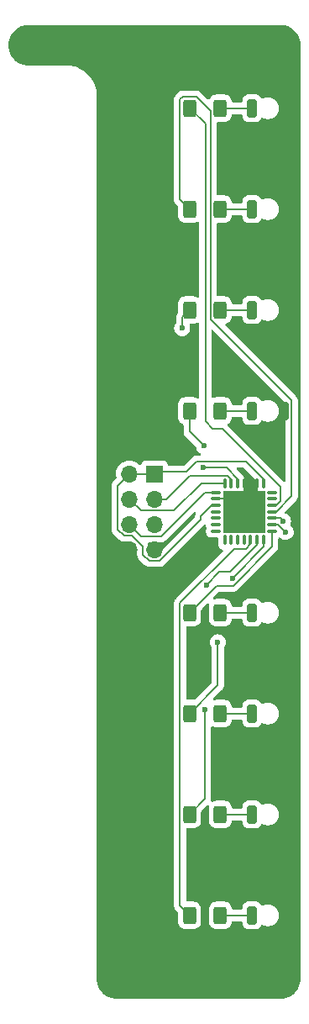
<source format=gbr>
%TF.GenerationSoftware,KiCad,Pcbnew,8.0.4-8.0.4-0~ubuntu22.04.1*%
%TF.CreationDate,2024-08-10T22:35:36+03:00*%
%TF.ProjectId,PM-RQ8-front,504d2d52-5138-42d6-9672-6f6e742e6b69,rev?*%
%TF.SameCoordinates,Original*%
%TF.FileFunction,Copper,L2,Bot*%
%TF.FilePolarity,Positive*%
%FSLAX46Y46*%
G04 Gerber Fmt 4.6, Leading zero omitted, Abs format (unit mm)*
G04 Created by KiCad (PCBNEW 8.0.4-8.0.4-0~ubuntu22.04.1) date 2024-08-10 22:35:36*
%MOMM*%
%LPD*%
G01*
G04 APERTURE LIST*
G04 Aperture macros list*
%AMRoundRect*
0 Rectangle with rounded corners*
0 $1 Rounding radius*
0 $2 $3 $4 $5 $6 $7 $8 $9 X,Y pos of 4 corners*
0 Add a 4 corners polygon primitive as box body*
4,1,4,$2,$3,$4,$5,$6,$7,$8,$9,$2,$3,0*
0 Add four circle primitives for the rounded corners*
1,1,$1+$1,$2,$3*
1,1,$1+$1,$4,$5*
1,1,$1+$1,$6,$7*
1,1,$1+$1,$8,$9*
0 Add four rect primitives between the rounded corners*
20,1,$1+$1,$2,$3,$4,$5,0*
20,1,$1+$1,$4,$5,$6,$7,0*
20,1,$1+$1,$6,$7,$8,$9,0*
20,1,$1+$1,$8,$9,$2,$3,0*%
G04 Aperture macros list end*
%TA.AperFunction,SMDPad,CuDef*%
%ADD10RoundRect,0.250000X-0.400000X-0.625000X0.400000X-0.625000X0.400000X0.625000X-0.400000X0.625000X0*%
%TD*%
%TA.AperFunction,SMDPad,CuDef*%
%ADD11RoundRect,0.190000X0.285000X0.710000X-0.285000X0.710000X-0.285000X-0.710000X0.285000X-0.710000X0*%
%TD*%
%TA.AperFunction,SMDPad,CuDef*%
%ADD12RoundRect,0.075000X-0.437500X-0.075000X0.437500X-0.075000X0.437500X0.075000X-0.437500X0.075000X0*%
%TD*%
%TA.AperFunction,SMDPad,CuDef*%
%ADD13RoundRect,0.075000X-0.075000X-0.437500X0.075000X-0.437500X0.075000X0.437500X-0.075000X0.437500X0*%
%TD*%
%TA.AperFunction,HeatsinkPad*%
%ADD14R,4.250000X4.250000*%
%TD*%
%TA.AperFunction,ComponentPad*%
%ADD15R,1.700000X1.700000*%
%TD*%
%TA.AperFunction,ComponentPad*%
%ADD16O,1.700000X1.700000*%
%TD*%
%TA.AperFunction,ViaPad*%
%ADD17C,0.600000*%
%TD*%
%TA.AperFunction,Conductor*%
%ADD18C,0.200000*%
%TD*%
G04 APERTURE END LIST*
D10*
%TO.P,R8,1*%
%TO.N,/7*%
X69570000Y-140970000D03*
%TO.P,R8,2*%
%TO.N,Net-(D8-A)*%
X72670000Y-140970000D03*
%TD*%
%TO.P,R7,1*%
%TO.N,/6*%
X69570000Y-130810000D03*
%TO.P,R7,2*%
%TO.N,Net-(D7-A)*%
X72670000Y-130810000D03*
%TD*%
%TO.P,R6,1*%
%TO.N,/5*%
X69570000Y-120650000D03*
%TO.P,R6,2*%
%TO.N,Net-(D6-A)*%
X72670000Y-120650000D03*
%TD*%
%TO.P,R5,1*%
%TO.N,/4*%
X69570000Y-110490000D03*
%TO.P,R5,2*%
%TO.N,Net-(D5-A)*%
X72670000Y-110490000D03*
%TD*%
%TO.P,R4,1*%
%TO.N,/3*%
X69570000Y-90170000D03*
%TO.P,R4,2*%
%TO.N,Net-(D4-A)*%
X72670000Y-90170000D03*
%TD*%
%TO.P,R3,1*%
%TO.N,/2*%
X69570000Y-80010000D03*
%TO.P,R3,2*%
%TO.N,Net-(D3-A)*%
X72670000Y-80010000D03*
%TD*%
%TO.P,R2,1*%
%TO.N,/1*%
X69570000Y-69850000D03*
%TO.P,R2,2*%
%TO.N,Net-(D2-A)*%
X72670000Y-69850000D03*
%TD*%
%TO.P,R1,1*%
%TO.N,/0*%
X69570000Y-59690000D03*
%TO.P,R1,2*%
%TO.N,Net-(D1-A)*%
X72670000Y-59690000D03*
%TD*%
D11*
%TO.P,D5,1,K*%
%TO.N,GND*%
X79070000Y-110490000D03*
%TO.P,D5,2,A*%
%TO.N,Net-(D5-A)*%
X75870000Y-110490000D03*
%TD*%
%TO.P,D4,1,K*%
%TO.N,GND*%
X79070000Y-90170000D03*
%TO.P,D4,2,A*%
%TO.N,Net-(D4-A)*%
X75870000Y-90170000D03*
%TD*%
%TO.P,D3,1,K*%
%TO.N,GND*%
X79070000Y-80010000D03*
%TO.P,D3,2,A*%
%TO.N,Net-(D3-A)*%
X75870000Y-80010000D03*
%TD*%
%TO.P,D6,1,K*%
%TO.N,GND*%
X79070000Y-120650000D03*
%TO.P,D6,2,A*%
%TO.N,Net-(D6-A)*%
X75870000Y-120650000D03*
%TD*%
D12*
%TO.P,U1,1,GPB4*%
%TO.N,unconnected-(U1-GPB4-Pad1)*%
X72242500Y-102280000D03*
%TO.P,U1,2,GPB5*%
%TO.N,unconnected-(U1-GPB5-Pad2)*%
X72242500Y-101630000D03*
%TO.P,U1,3,GPB6*%
%TO.N,unconnected-(U1-GPB6-Pad3)*%
X72242500Y-100980000D03*
%TO.P,U1,4,GPB7*%
%TO.N,unconnected-(U1-GPB7-Pad4)*%
X72242500Y-100330000D03*
%TO.P,U1,5,VDD*%
%TO.N,+3.3V*%
X72242500Y-99680000D03*
%TO.P,U1,6,VSS*%
%TO.N,GND*%
X72242500Y-99030000D03*
%TO.P,U1,7,~{CS}*%
%TO.N,/CS*%
X72242500Y-98380000D03*
D13*
%TO.P,U1,8,SCK*%
%TO.N,/SCK*%
X73130000Y-97492500D03*
%TO.P,U1,9,SI*%
%TO.N,/MOSI*%
X73780000Y-97492500D03*
%TO.P,U1,10,SO*%
%TO.N,/MISO*%
X74430000Y-97492500D03*
%TO.P,U1,11,A0*%
%TO.N,GND*%
X75080000Y-97492500D03*
%TO.P,U1,12,A1*%
X75730000Y-97492500D03*
%TO.P,U1,13,A2*%
X76380000Y-97492500D03*
%TO.P,U1,14,~{RESET}*%
%TO.N,+3.3V*%
X77030000Y-97492500D03*
D12*
%TO.P,U1,15,INTB*%
%TO.N,unconnected-(U1-INTB-Pad15)*%
X77917500Y-98380000D03*
%TO.P,U1,16,INTA*%
%TO.N,unconnected-(U1-INTA-Pad16)*%
X77917500Y-99030000D03*
%TO.P,U1,17,GPA0*%
%TO.N,/0*%
X77917500Y-99680000D03*
%TO.P,U1,18,GPA1*%
%TO.N,/1*%
X77917500Y-100330000D03*
%TO.P,U1,19,GPA2*%
%TO.N,/2*%
X77917500Y-100980000D03*
%TO.P,U1,20,GPA3*%
%TO.N,/3*%
X77917500Y-101630000D03*
%TO.P,U1,21,GPA4*%
%TO.N,/4*%
X77917500Y-102280000D03*
D13*
%TO.P,U1,22,GPA5*%
%TO.N,/5*%
X77030000Y-103167500D03*
%TO.P,U1,23,GPA6*%
%TO.N,/6*%
X76380000Y-103167500D03*
%TO.P,U1,24,GPA7*%
%TO.N,/7*%
X75730000Y-103167500D03*
%TO.P,U1,25,GPB0*%
%TO.N,unconnected-(U1-GPB0-Pad25)*%
X75080000Y-103167500D03*
%TO.P,U1,26,GPB1*%
%TO.N,unconnected-(U1-GPB1-Pad26)*%
X74430000Y-103167500D03*
%TO.P,U1,27,GPB2*%
%TO.N,unconnected-(U1-GPB2-Pad27)*%
X73780000Y-103167500D03*
%TO.P,U1,28,GPB3*%
%TO.N,unconnected-(U1-GPB3-Pad28)*%
X73130000Y-103167500D03*
D14*
%TO.P,U1,29,EP*%
%TO.N,GND*%
X75080000Y-100330000D03*
%TD*%
D11*
%TO.P,D1,1,K*%
%TO.N,GND*%
X79070000Y-59690000D03*
%TO.P,D1,2,A*%
%TO.N,Net-(D1-A)*%
X75870000Y-59690000D03*
%TD*%
%TO.P,D2,1,K*%
%TO.N,GND*%
X79070000Y-69850000D03*
%TO.P,D2,2,A*%
%TO.N,Net-(D2-A)*%
X75870000Y-69850000D03*
%TD*%
%TO.P,D8,1,K*%
%TO.N,GND*%
X79070000Y-140970000D03*
%TO.P,D8,2,A*%
%TO.N,Net-(D8-A)*%
X75870000Y-140970000D03*
%TD*%
%TO.P,D7,1,K*%
%TO.N,GND*%
X79070000Y-130810000D03*
%TO.P,D7,2,A*%
%TO.N,Net-(D7-A)*%
X75870000Y-130810000D03*
%TD*%
D15*
%TO.P,J2,1,Pin_1*%
%TO.N,+3.3V*%
X66040000Y-96520000D03*
D16*
%TO.P,J2,2,Pin_2*%
X63500000Y-96520000D03*
%TO.P,J2,3,Pin_3*%
%TO.N,/MOSI*%
X66040000Y-99060000D03*
%TO.P,J2,4,Pin_4*%
%TO.N,/SCK*%
X63500000Y-99060000D03*
%TO.P,J2,5,Pin_5*%
%TO.N,/MISO*%
X66040000Y-101600000D03*
%TO.P,J2,6,Pin_6*%
%TO.N,/CS*%
X63500000Y-101600000D03*
%TO.P,J2,7,Pin_7*%
%TO.N,GND*%
X66040000Y-104140000D03*
%TO.P,J2,8,Pin_8*%
X63500000Y-104140000D03*
%TD*%
D17*
%TO.N,GND*%
X73660000Y-99060000D03*
X73660000Y-101600000D03*
X76200000Y-101600000D03*
%TO.N,/6*%
X71287000Y-107684000D03*
X71148400Y-120263000D03*
%TO.N,/5*%
X73881300Y-107006000D03*
X72429300Y-113466000D03*
%TO.N,/3*%
X71015600Y-93697600D03*
X79265900Y-102357000D03*
%TO.N,/2*%
X68829200Y-81848700D03*
X79004200Y-101262000D03*
%TO.N,/MISO*%
X70932000Y-95868400D03*
%TO.N,GND*%
X78740000Y-93980000D03*
%TD*%
D18*
%TO.N,GND*%
X73690000Y-99030000D02*
X73780000Y-99030000D01*
X73660000Y-99060000D02*
X73690000Y-99030000D01*
X73630000Y-99030000D02*
X73660000Y-99060000D01*
%TO.N,/0*%
X69570000Y-59690000D02*
X71159600Y-61279600D01*
X71159600Y-61279600D02*
X71159600Y-91225600D01*
X71159600Y-91225600D02*
X71882000Y-91948000D01*
X78742300Y-99267700D02*
X78330000Y-99680000D01*
X71882000Y-91948000D02*
X72898000Y-91948000D01*
X78330000Y-99680000D02*
X77917500Y-99680000D01*
X72898000Y-91948000D02*
X78742300Y-97792300D01*
X78742300Y-97792300D02*
X78742300Y-99267700D01*
%TO.N,/7*%
X68615200Y-140015000D02*
X69570000Y-140970000D01*
X68615200Y-109494000D02*
X68615200Y-140015000D01*
X74058700Y-104050000D02*
X68615200Y-109494000D01*
X75276700Y-104050000D02*
X74058700Y-104050000D01*
X75730000Y-103597000D02*
X75276700Y-104050000D01*
X75730000Y-103168000D02*
X75730000Y-103597000D01*
X75730000Y-103168000D02*
X75730000Y-103167500D01*
%TO.N,/6*%
X71148400Y-129232000D02*
X71148400Y-120263000D01*
X69570000Y-130810000D02*
X71148400Y-129232000D01*
X76380000Y-103656000D02*
X76380000Y-103168000D01*
X73630400Y-106406000D02*
X76380000Y-103656000D01*
X72565700Y-106406000D02*
X73630400Y-106406000D01*
X71287000Y-107684000D02*
X72565700Y-106406000D01*
X76380000Y-103168000D02*
X76380000Y-103167500D01*
%TO.N,/5*%
X72429300Y-117791000D02*
X72429300Y-113466000D01*
X69570000Y-120650000D02*
X72429300Y-117791000D01*
X77030000Y-103857000D02*
X77030000Y-103168000D01*
X73881300Y-107006000D02*
X77030000Y-103857000D01*
X77030000Y-103168000D02*
X77030000Y-103167500D01*
%TO.N,/4*%
X77917500Y-103820000D02*
X77917500Y-102280000D01*
X73955400Y-107783000D02*
X77917500Y-103820000D01*
X72277400Y-107783000D02*
X73955400Y-107783000D01*
X69570000Y-110490000D02*
X72277400Y-107783000D01*
%TO.N,/3*%
X69570000Y-92252000D02*
X71015600Y-93697600D01*
X69570000Y-90170000D02*
X69570000Y-92252000D01*
X79248100Y-102357000D02*
X79265900Y-102357000D01*
X78520900Y-101630000D02*
X79248100Y-102357000D01*
X77917500Y-101630000D02*
X78520900Y-101630000D01*
%TO.N,/2*%
X68829200Y-80750800D02*
X68829200Y-81848700D01*
X69570000Y-80010000D02*
X68829200Y-80750800D01*
X78721700Y-100980000D02*
X77917500Y-100980000D01*
X79004200Y-101262000D02*
X78721700Y-100980000D01*
%TO.N,/1*%
X78324300Y-100330000D02*
X77917500Y-100330000D01*
X79876100Y-98778200D02*
X78324300Y-100330000D01*
X79876100Y-89094700D02*
X79876100Y-98778200D01*
X71717300Y-80935900D02*
X79876100Y-89094700D01*
X71717300Y-59966400D02*
X71717300Y-80935900D01*
X70261100Y-58510200D02*
X71717300Y-59966400D01*
X68880400Y-58510200D02*
X70261100Y-58510200D01*
X68595900Y-58794700D02*
X68880400Y-58510200D01*
X68595900Y-68875900D02*
X68595900Y-58794700D01*
X69570000Y-69850000D02*
X68595900Y-68875900D01*
%TO.N,Net-(D8-A)*%
X75870000Y-140970000D02*
X72670000Y-140970000D01*
%TO.N,Net-(D7-A)*%
X75870000Y-130810000D02*
X72670000Y-130810000D01*
%TO.N,Net-(D6-A)*%
X75870000Y-120650000D02*
X72670000Y-120650000D01*
%TO.N,Net-(D5-A)*%
X75870000Y-110490000D02*
X72670000Y-110490000D01*
%TO.N,Net-(D4-A)*%
X75870000Y-90170000D02*
X72670000Y-90170000D01*
%TO.N,Net-(D3-A)*%
X75870000Y-80010000D02*
X72670000Y-80010000D01*
%TO.N,Net-(D2-A)*%
X75870000Y-69850000D02*
X72670000Y-69850000D01*
%TO.N,Net-(D1-A)*%
X75870000Y-59690000D02*
X72670000Y-59690000D01*
%TO.N,/CS*%
X71131400Y-98380000D02*
X72242500Y-98380000D01*
X66720800Y-102791000D02*
X71131400Y-98380000D01*
X64691000Y-102791000D02*
X66720800Y-102791000D01*
X63500000Y-101600000D02*
X64691000Y-102791000D01*
%TO.N,/MOSI*%
X73780000Y-97076200D02*
X73780000Y-97492500D01*
X73380500Y-96676700D02*
X73780000Y-97076200D01*
X69575000Y-96676700D02*
X73380500Y-96676700D01*
X67191700Y-99060000D02*
X69575000Y-96676700D01*
X66040000Y-99060000D02*
X67191700Y-99060000D01*
%TO.N,+3.3V*%
X71830400Y-99680000D02*
X72242500Y-99680000D01*
X70723500Y-100787000D02*
X71830400Y-99680000D01*
X70723500Y-101089000D02*
X70723500Y-100787000D01*
X66519200Y-105294000D02*
X70723500Y-101089000D01*
X65549500Y-105294000D02*
X66519200Y-105294000D01*
X64888300Y-104632000D02*
X65549500Y-105294000D01*
X64888300Y-103864000D02*
X64888300Y-104632000D01*
X63775800Y-102752000D02*
X64888300Y-103864000D01*
X62951600Y-102752000D02*
X63775800Y-102752000D01*
X62296700Y-102097000D02*
X62951600Y-102752000D01*
X62296700Y-97723300D02*
X62296700Y-102097000D01*
X63500000Y-96520000D02*
X62296700Y-97723300D01*
X66040000Y-96520000D02*
X64770000Y-96520000D01*
X64770000Y-96520000D02*
X63500000Y-96520000D01*
X77030000Y-97037800D02*
X77030000Y-97492500D01*
X75242600Y-95250400D02*
X77030000Y-97037800D01*
X70311600Y-95250400D02*
X75242600Y-95250400D01*
X69285500Y-96276500D02*
X70311600Y-95250400D01*
X65575300Y-96276500D02*
X69285500Y-96276500D01*
X65331800Y-96520000D02*
X65575300Y-96276500D01*
X64770000Y-96520000D02*
X65331800Y-96520000D01*
%TO.N,/SCK*%
X70737600Y-97492500D02*
X73130000Y-97492500D01*
X68013900Y-100216000D02*
X70737600Y-97492500D01*
X64656000Y-100216000D02*
X68013900Y-100216000D01*
X63500000Y-99060000D02*
X64656000Y-100216000D01*
%TO.N,/MISO*%
X74430000Y-97021000D02*
X74430000Y-97492500D01*
X73277400Y-95868400D02*
X74430000Y-97021000D01*
X70932000Y-95868400D02*
X73277400Y-95868400D01*
%TO.N,GND*%
X73780000Y-99030000D02*
X75080000Y-100330000D01*
X76380000Y-99030000D02*
X75080000Y-100330000D01*
X75730000Y-97492500D02*
X75730000Y-99680000D01*
X72242500Y-99030000D02*
X73630000Y-99030000D01*
X75730000Y-99680000D02*
X75080000Y-100330000D01*
X75080000Y-97492500D02*
X75080000Y-100330000D01*
X76380000Y-97492500D02*
X76380000Y-99030000D01*
%TD*%
%TA.AperFunction,Conductor*%
%TO.N,GND*%
G36*
X70118459Y-100344823D02*
G01*
X70174395Y-100386692D01*
X70198815Y-100452155D01*
X70183966Y-100520429D01*
X70182519Y-100523005D01*
X70163916Y-100555226D01*
X70147967Y-100614762D01*
X70147966Y-100614767D01*
X70122997Y-100707954D01*
X70122996Y-100707962D01*
X70122999Y-100788932D01*
X70103317Y-100855972D01*
X70086688Y-100876610D01*
X66306755Y-104657174D01*
X66245434Y-104690664D01*
X66219066Y-104693500D01*
X65849853Y-104693500D01*
X65782814Y-104673815D01*
X65762119Y-104657128D01*
X65525066Y-104419787D01*
X65491618Y-104358444D01*
X65488800Y-104332159D01*
X65488800Y-103951200D01*
X65488819Y-103950897D01*
X65488817Y-103942924D01*
X65488818Y-103942922D01*
X65488800Y-103861606D01*
X65488800Y-103784943D01*
X65488800Y-103784938D01*
X65488782Y-103784803D01*
X65467792Y-103706542D01*
X65467784Y-103706512D01*
X65447869Y-103632187D01*
X65447842Y-103632121D01*
X65447825Y-103632092D01*
X65447825Y-103632090D01*
X65416303Y-103577522D01*
X65399817Y-103509627D01*
X65422655Y-103443595D01*
X65477567Y-103400392D01*
X65523678Y-103391500D01*
X66633653Y-103391500D01*
X66633715Y-103391503D01*
X66641765Y-103391502D01*
X66641770Y-103391504D01*
X66732121Y-103391500D01*
X66799857Y-103391500D01*
X66799858Y-103391500D01*
X66799873Y-103391498D01*
X66799879Y-103391497D01*
X66799885Y-103391497D01*
X66871942Y-103372185D01*
X66880446Y-103369906D01*
X66880447Y-103369905D01*
X66950632Y-103351099D01*
X66952556Y-103350620D01*
X66952573Y-103350613D01*
X66953978Y-103349775D01*
X67020105Y-103311594D01*
X67086407Y-103273314D01*
X67089467Y-103271668D01*
X67089486Y-103271654D01*
X67091535Y-103269504D01*
X67144555Y-103216480D01*
X67201320Y-103159716D01*
X67201321Y-103159713D01*
X67207695Y-103153340D01*
X67207738Y-103153291D01*
X67320479Y-103040540D01*
X69987448Y-100373328D01*
X70048767Y-100339842D01*
X70118459Y-100344823D01*
G37*
%TD.AperFunction*%
%TA.AperFunction,Conductor*%
G36*
X75009542Y-95870585D02*
G01*
X75030184Y-95887219D01*
X76343181Y-97200216D01*
X76376666Y-97261539D01*
X76379500Y-97287897D01*
X76379500Y-97967727D01*
X76394313Y-98080235D01*
X76394313Y-98080236D01*
X76444785Y-98202087D01*
X76452302Y-98220233D01*
X76544549Y-98340451D01*
X76664767Y-98432698D01*
X76804764Y-98490687D01*
X76811650Y-98491593D01*
X76875545Y-98519856D01*
X76914018Y-98578179D01*
X76918405Y-98598344D01*
X76919313Y-98605236D01*
X76929838Y-98630646D01*
X76940981Y-98657549D01*
X76948448Y-98727019D01*
X76940981Y-98752451D01*
X76919313Y-98804763D01*
X76919313Y-98804764D01*
X76904500Y-98917272D01*
X76904500Y-99142727D01*
X76919313Y-99255235D01*
X76919313Y-99255236D01*
X76940981Y-99307549D01*
X76948448Y-99377019D01*
X76940981Y-99402451D01*
X76919313Y-99454763D01*
X76919313Y-99454764D01*
X76904500Y-99567272D01*
X76904500Y-99792727D01*
X76919313Y-99905235D01*
X76919313Y-99905236D01*
X76940981Y-99957549D01*
X76948448Y-100027019D01*
X76940981Y-100052451D01*
X76919313Y-100104763D01*
X76919313Y-100104764D01*
X76904500Y-100217272D01*
X76904500Y-100442727D01*
X76919313Y-100555235D01*
X76919313Y-100555236D01*
X76940981Y-100607549D01*
X76948448Y-100677019D01*
X76940981Y-100702451D01*
X76919313Y-100754763D01*
X76919313Y-100754764D01*
X76904500Y-100867272D01*
X76904500Y-101092727D01*
X76919313Y-101205235D01*
X76919313Y-101205236D01*
X76940981Y-101257549D01*
X76948448Y-101327019D01*
X76940981Y-101352451D01*
X76919313Y-101404763D01*
X76919313Y-101404764D01*
X76904500Y-101517272D01*
X76904500Y-101742727D01*
X76917461Y-101841171D01*
X76919247Y-101854738D01*
X76919313Y-101855235D01*
X76919313Y-101855236D01*
X76940981Y-101907549D01*
X76948448Y-101977019D01*
X76940981Y-102002451D01*
X76919313Y-102054764D01*
X76918406Y-102061654D01*
X76890139Y-102125550D01*
X76831814Y-102164020D01*
X76811655Y-102168405D01*
X76804764Y-102169313D01*
X76752451Y-102190981D01*
X76682981Y-102198448D01*
X76657549Y-102190981D01*
X76625593Y-102177745D01*
X76605236Y-102169313D01*
X76589733Y-102167272D01*
X76492727Y-102154500D01*
X76492720Y-102154500D01*
X76267280Y-102154500D01*
X76267272Y-102154500D01*
X76154764Y-102169313D01*
X76154763Y-102169313D01*
X76102451Y-102190981D01*
X76032981Y-102198448D01*
X76007549Y-102190981D01*
X75975593Y-102177745D01*
X75955236Y-102169313D01*
X75939733Y-102167272D01*
X75842727Y-102154500D01*
X75842720Y-102154500D01*
X75617280Y-102154500D01*
X75617272Y-102154500D01*
X75504764Y-102169313D01*
X75504763Y-102169313D01*
X75452451Y-102190981D01*
X75382981Y-102198448D01*
X75357549Y-102190981D01*
X75325593Y-102177745D01*
X75305236Y-102169313D01*
X75289733Y-102167272D01*
X75192727Y-102154500D01*
X75192720Y-102154500D01*
X74967280Y-102154500D01*
X74967272Y-102154500D01*
X74854764Y-102169313D01*
X74854763Y-102169313D01*
X74802451Y-102190981D01*
X74732981Y-102198448D01*
X74707549Y-102190981D01*
X74675593Y-102177745D01*
X74655236Y-102169313D01*
X74639733Y-102167272D01*
X74542727Y-102154500D01*
X74542720Y-102154500D01*
X74317280Y-102154500D01*
X74317272Y-102154500D01*
X74204764Y-102169313D01*
X74204763Y-102169313D01*
X74152451Y-102190981D01*
X74082981Y-102198448D01*
X74057549Y-102190981D01*
X74025593Y-102177745D01*
X74005236Y-102169313D01*
X73989733Y-102167272D01*
X73892727Y-102154500D01*
X73892720Y-102154500D01*
X73667280Y-102154500D01*
X73667272Y-102154500D01*
X73554764Y-102169313D01*
X73554763Y-102169313D01*
X73502451Y-102190981D01*
X73432981Y-102198448D01*
X73407549Y-102190981D01*
X73375593Y-102177745D01*
X73355236Y-102169313D01*
X73348345Y-102168405D01*
X73284450Y-102140139D01*
X73245979Y-102081815D01*
X73241594Y-102061654D01*
X73240687Y-102054764D01*
X73219017Y-102002449D01*
X73211549Y-101932985D01*
X73219014Y-101907556D01*
X73240687Y-101855236D01*
X73255500Y-101742720D01*
X73255500Y-101517280D01*
X73240687Y-101404764D01*
X73219017Y-101352449D01*
X73211549Y-101282985D01*
X73219014Y-101257556D01*
X73240687Y-101205236D01*
X73255500Y-101092720D01*
X73255500Y-100867280D01*
X73240687Y-100754764D01*
X73219017Y-100702449D01*
X73211549Y-100632985D01*
X73219014Y-100607556D01*
X73240687Y-100555236D01*
X73255500Y-100442720D01*
X73255500Y-100217280D01*
X73240687Y-100104764D01*
X73219017Y-100052449D01*
X73211549Y-99982985D01*
X73219014Y-99957556D01*
X73240687Y-99905236D01*
X73255500Y-99792720D01*
X73255500Y-99567280D01*
X73240687Y-99454764D01*
X73182698Y-99314767D01*
X73090451Y-99194549D01*
X73004210Y-99128374D01*
X72963010Y-99071948D01*
X72958855Y-99002201D01*
X72993068Y-98941281D01*
X73004203Y-98931631D01*
X73090451Y-98865451D01*
X73182698Y-98745233D01*
X73240687Y-98605236D01*
X73241593Y-98598349D01*
X73269855Y-98534455D01*
X73328178Y-98495981D01*
X73348339Y-98491594D01*
X73355236Y-98490687D01*
X73407550Y-98469017D01*
X73477015Y-98461549D01*
X73502443Y-98469014D01*
X73554764Y-98490687D01*
X73667280Y-98505500D01*
X73667287Y-98505500D01*
X73892713Y-98505500D01*
X73892720Y-98505500D01*
X74005236Y-98490687D01*
X74057550Y-98469017D01*
X74127015Y-98461549D01*
X74152443Y-98469014D01*
X74204764Y-98490687D01*
X74317280Y-98505500D01*
X74317287Y-98505500D01*
X74542713Y-98505500D01*
X74542720Y-98505500D01*
X74655236Y-98490687D01*
X74795233Y-98432698D01*
X74915451Y-98340451D01*
X75007698Y-98220233D01*
X75065687Y-98080236D01*
X75080500Y-97967720D01*
X75080500Y-97017280D01*
X75065687Y-96904764D01*
X75007698Y-96764767D01*
X74915451Y-96644549D01*
X74867458Y-96607723D01*
X74855263Y-96597028D01*
X74320816Y-96062581D01*
X74287331Y-96001258D01*
X74292315Y-95931566D01*
X74334187Y-95875633D01*
X74399651Y-95851216D01*
X74408497Y-95850900D01*
X74942503Y-95850900D01*
X75009542Y-95870585D01*
G37*
%TD.AperFunction*%
%TA.AperFunction,Conductor*%
G36*
X71965303Y-82033584D02*
G01*
X71971781Y-82039616D01*
X79239281Y-89307116D01*
X79272766Y-89368439D01*
X79275600Y-89394797D01*
X79275600Y-97177003D01*
X79255915Y-97244042D01*
X79203111Y-97289797D01*
X79133953Y-97299741D01*
X79070397Y-97270716D01*
X79063919Y-97264684D01*
X73432013Y-91632778D01*
X73398528Y-91571455D01*
X73403512Y-91501763D01*
X73445384Y-91445830D01*
X73454591Y-91439562D01*
X73538656Y-91387712D01*
X73662712Y-91263656D01*
X73754814Y-91114334D01*
X73809999Y-90947797D01*
X73815444Y-90894500D01*
X73816732Y-90881897D01*
X73843129Y-90817205D01*
X73900310Y-90777054D01*
X73940090Y-90770500D01*
X74770501Y-90770500D01*
X74837540Y-90790185D01*
X74883295Y-90842989D01*
X74894501Y-90894500D01*
X74894501Y-90935808D01*
X74900821Y-91005375D01*
X74900823Y-91005383D01*
X74950708Y-91165470D01*
X74950709Y-91165472D01*
X75037454Y-91308967D01*
X75037457Y-91308971D01*
X75156028Y-91427542D01*
X75156032Y-91427545D01*
X75222095Y-91467481D01*
X75299529Y-91514291D01*
X75459620Y-91564177D01*
X75529199Y-91570500D01*
X76210800Y-91570499D01*
X76210808Y-91570499D01*
X76280376Y-91564178D01*
X76280383Y-91564176D01*
X76352534Y-91541693D01*
X76440471Y-91514291D01*
X76583972Y-91427542D01*
X76702542Y-91308972D01*
X76779170Y-91182212D01*
X76830697Y-91135025D01*
X76899556Y-91123186D01*
X76941579Y-91135876D01*
X77047555Y-91189873D01*
X77212299Y-91243402D01*
X77383389Y-91270500D01*
X77383390Y-91270500D01*
X77556610Y-91270500D01*
X77556611Y-91270500D01*
X77727701Y-91243402D01*
X77892445Y-91189873D01*
X78046788Y-91111232D01*
X78186928Y-91009414D01*
X78309414Y-90886928D01*
X78411232Y-90746788D01*
X78489873Y-90592445D01*
X78543402Y-90427701D01*
X78570500Y-90256611D01*
X78570500Y-90083389D01*
X78543402Y-89912299D01*
X78489873Y-89747555D01*
X78411232Y-89593212D01*
X78309414Y-89453072D01*
X78186928Y-89330586D01*
X78046788Y-89228768D01*
X77892445Y-89150127D01*
X77727701Y-89096598D01*
X77727699Y-89096597D01*
X77727698Y-89096597D01*
X77577017Y-89072732D01*
X77556611Y-89069500D01*
X77383389Y-89069500D01*
X77362983Y-89072732D01*
X77212302Y-89096597D01*
X77047549Y-89150129D01*
X76941581Y-89204122D01*
X76872912Y-89217018D01*
X76808172Y-89190741D01*
X76779170Y-89157786D01*
X76702546Y-89031033D01*
X76702542Y-89031028D01*
X76583971Y-88912457D01*
X76583967Y-88912454D01*
X76440473Y-88825710D01*
X76440472Y-88825709D01*
X76440471Y-88825709D01*
X76280380Y-88775823D01*
X76280378Y-88775822D01*
X76280376Y-88775822D01*
X76231662Y-88771395D01*
X76210801Y-88769500D01*
X76210798Y-88769500D01*
X75529191Y-88769500D01*
X75459623Y-88775821D01*
X75459616Y-88775823D01*
X75299529Y-88825708D01*
X75299527Y-88825709D01*
X75156032Y-88912454D01*
X75156028Y-88912457D01*
X75037457Y-89031028D01*
X75037454Y-89031032D01*
X74950710Y-89174526D01*
X74900822Y-89334623D01*
X74894500Y-89404201D01*
X74894500Y-89445500D01*
X74874815Y-89512539D01*
X74822011Y-89558294D01*
X74770500Y-89569500D01*
X73940089Y-89569500D01*
X73873050Y-89549815D01*
X73827295Y-89497011D01*
X73816731Y-89458102D01*
X73814839Y-89439591D01*
X73809999Y-89392203D01*
X73754814Y-89225666D01*
X73662712Y-89076344D01*
X73538656Y-88952288D01*
X73407585Y-88871443D01*
X73389336Y-88860187D01*
X73389331Y-88860185D01*
X73384566Y-88858606D01*
X73222797Y-88805001D01*
X73222795Y-88805000D01*
X73120010Y-88794500D01*
X72219998Y-88794500D01*
X72219980Y-88794501D01*
X72117203Y-88805000D01*
X72117200Y-88805001D01*
X71950668Y-88860185D01*
X71950655Y-88860191D01*
X71949191Y-88861095D01*
X71948047Y-88861407D01*
X71944118Y-88863240D01*
X71943804Y-88862568D01*
X71881797Y-88879532D01*
X71815135Y-88858606D01*
X71770369Y-88804961D01*
X71760100Y-88755553D01*
X71760100Y-82127297D01*
X71779785Y-82060258D01*
X71832589Y-82014503D01*
X71901747Y-82004559D01*
X71965303Y-82033584D01*
G37*
%TD.AperFunction*%
%TA.AperFunction,Conductor*%
G36*
X78744042Y-51300765D02*
G01*
X78766774Y-51302254D01*
X78998114Y-51317417D01*
X79014172Y-51319532D01*
X79259888Y-51368408D01*
X79275554Y-51372606D01*
X79426736Y-51423925D01*
X79512788Y-51453136D01*
X79527765Y-51459339D01*
X79745336Y-51566633D01*
X79752460Y-51570146D01*
X79766508Y-51578256D01*
X79974815Y-51717443D01*
X79987679Y-51727314D01*
X80176033Y-51892497D01*
X80187502Y-51903966D01*
X80352685Y-52092320D01*
X80362559Y-52105188D01*
X80501743Y-52313492D01*
X80509853Y-52327539D01*
X80620657Y-52552227D01*
X80626864Y-52567213D01*
X80707393Y-52804445D01*
X80711591Y-52820111D01*
X80760465Y-53065813D01*
X80762583Y-53081895D01*
X80778968Y-53331890D01*
X80779235Y-53335956D01*
X80779500Y-53344066D01*
X80779500Y-147315933D01*
X80779235Y-147324043D01*
X80762583Y-147578104D01*
X80760465Y-147594186D01*
X80711591Y-147839888D01*
X80707393Y-147855554D01*
X80626864Y-148092786D01*
X80620657Y-148107772D01*
X80509853Y-148332460D01*
X80501743Y-148346507D01*
X80362559Y-148554811D01*
X80352685Y-148567679D01*
X80187502Y-148756033D01*
X80176033Y-148767502D01*
X79987679Y-148932685D01*
X79974811Y-148942559D01*
X79766507Y-149081743D01*
X79752460Y-149089853D01*
X79527772Y-149200657D01*
X79512786Y-149206864D01*
X79275554Y-149287393D01*
X79259888Y-149291591D01*
X79014186Y-149340465D01*
X78998104Y-149342583D01*
X78744043Y-149359235D01*
X78735933Y-149359500D01*
X62234067Y-149359500D01*
X62225957Y-149359235D01*
X61971895Y-149342583D01*
X61955814Y-149340465D01*
X61920770Y-149333494D01*
X61710111Y-149291591D01*
X61694445Y-149287393D01*
X61457213Y-149206864D01*
X61442227Y-149200657D01*
X61217539Y-149089853D01*
X61203492Y-149081743D01*
X60995188Y-148942559D01*
X60982320Y-148932685D01*
X60793966Y-148767502D01*
X60782497Y-148756033D01*
X60617314Y-148567679D01*
X60607440Y-148554811D01*
X60468256Y-148346507D01*
X60460146Y-148332460D01*
X60349464Y-148108019D01*
X60349339Y-148107765D01*
X60343135Y-148092786D01*
X60262606Y-147855554D01*
X60258408Y-147839888D01*
X60249736Y-147796292D01*
X60209532Y-147594172D01*
X60207417Y-147578114D01*
X60190765Y-147324042D01*
X60190500Y-147315933D01*
X60190500Y-102176017D01*
X61696192Y-102176017D01*
X61696196Y-102176042D01*
X61715343Y-102247504D01*
X61715343Y-102247510D01*
X61715345Y-102247510D01*
X61737113Y-102328767D01*
X61778365Y-102400220D01*
X61778368Y-102400225D01*
X61816157Y-102465688D01*
X61816174Y-102465710D01*
X61816179Y-102465715D01*
X61816180Y-102465716D01*
X61875122Y-102524658D01*
X61875126Y-102524665D01*
X61875128Y-102524664D01*
X62337209Y-102986816D01*
X62465528Y-103115154D01*
X62465601Y-103115237D01*
X62471079Y-103120715D01*
X62471080Y-103120716D01*
X62530416Y-103180052D01*
X62530420Y-103180060D01*
X62530422Y-103180059D01*
X62582857Y-103232501D01*
X62582902Y-103232536D01*
X62583402Y-103232819D01*
X62655156Y-103274246D01*
X62655155Y-103274246D01*
X62655160Y-103274248D01*
X62718336Y-103310729D01*
X62719825Y-103311619D01*
X62719836Y-103311624D01*
X62721855Y-103312123D01*
X62797044Y-103332270D01*
X62872497Y-103352494D01*
X62872501Y-103352495D01*
X62872540Y-103352500D01*
X62951554Y-103352500D01*
X63030611Y-103352506D01*
X63030613Y-103352505D01*
X63038817Y-103352506D01*
X63038922Y-103352500D01*
X63475797Y-103352500D01*
X63542836Y-103372185D01*
X63563458Y-103388799D01*
X64251461Y-104076492D01*
X64284960Y-104137808D01*
X64287800Y-104164193D01*
X64287800Y-104630879D01*
X64287751Y-104710696D01*
X64287798Y-104711050D01*
X64308113Y-104786869D01*
X64308122Y-104786941D01*
X64308132Y-104786939D01*
X64308132Y-104786940D01*
X64328583Y-104863446D01*
X64328584Y-104863447D01*
X64328586Y-104863455D01*
X64328642Y-104863590D01*
X64328721Y-104863780D01*
X64328722Y-104863782D01*
X64328723Y-104863784D01*
X64368486Y-104932657D01*
X64407558Y-105000425D01*
X64407559Y-105000426D01*
X64407564Y-105000434D01*
X64407624Y-105000512D01*
X64407780Y-105000716D01*
X64464651Y-105057587D01*
X65063061Y-105656721D01*
X65063604Y-105657340D01*
X65068979Y-105662715D01*
X65068980Y-105662716D01*
X65125933Y-105719669D01*
X65125986Y-105719722D01*
X65180495Y-105774297D01*
X65180778Y-105774514D01*
X65180784Y-105774520D01*
X65249453Y-105814166D01*
X65249446Y-105814178D01*
X65249516Y-105814202D01*
X65297158Y-105841747D01*
X65317373Y-105853435D01*
X65317374Y-105853435D01*
X65317377Y-105853437D01*
X65317379Y-105853437D01*
X65317714Y-105853576D01*
X65317716Y-105853577D01*
X65365368Y-105866345D01*
X65392882Y-105873718D01*
X65392881Y-105873721D01*
X65392941Y-105873733D01*
X65470080Y-105894453D01*
X65470085Y-105894453D01*
X65470436Y-105894500D01*
X65548305Y-105894500D01*
X65628194Y-105894548D01*
X65628195Y-105894547D01*
X65635823Y-105894552D01*
X65636633Y-105894500D01*
X66431975Y-105894500D01*
X66432097Y-105894507D01*
X66440190Y-105894506D01*
X66440193Y-105894507D01*
X66525331Y-105894500D01*
X66598257Y-105894500D01*
X66598260Y-105894498D01*
X66598297Y-105894494D01*
X66598307Y-105894494D01*
X66674611Y-105874040D01*
X66674622Y-105874040D01*
X66674622Y-105874037D01*
X66675813Y-105873718D01*
X66750455Y-105853718D01*
X66751032Y-105853569D01*
X66751038Y-105853566D01*
X66751922Y-105853042D01*
X66801943Y-105824156D01*
X66815976Y-105816054D01*
X66815982Y-105816050D01*
X66815984Y-105816049D01*
X66887000Y-105775048D01*
X66887961Y-105774509D01*
X66888894Y-105773550D01*
X66941982Y-105720453D01*
X66999720Y-105662716D01*
X66999721Y-105662713D01*
X67005619Y-105656816D01*
X67005687Y-105656737D01*
X71017811Y-101643945D01*
X71079132Y-101610456D01*
X71148824Y-101615435D01*
X71204761Y-101657301D01*
X71229183Y-101722764D01*
X71229500Y-101731620D01*
X71229500Y-101742727D01*
X71242461Y-101841171D01*
X71244247Y-101854738D01*
X71244313Y-101855235D01*
X71244313Y-101855236D01*
X71265981Y-101907549D01*
X71273448Y-101977019D01*
X71265981Y-102002451D01*
X71244313Y-102054763D01*
X71244313Y-102054764D01*
X71229500Y-102167272D01*
X71229500Y-102392727D01*
X71244313Y-102505235D01*
X71244313Y-102505236D01*
X71257161Y-102536255D01*
X71302302Y-102645233D01*
X71394549Y-102765451D01*
X71514767Y-102857698D01*
X71654764Y-102915687D01*
X71767280Y-102930500D01*
X72355500Y-102930500D01*
X72422539Y-102950185D01*
X72468294Y-103002989D01*
X72479500Y-103054500D01*
X72479500Y-103642727D01*
X72494313Y-103755235D01*
X72494313Y-103755236D01*
X72538373Y-103861607D01*
X72552302Y-103895233D01*
X72644549Y-104015451D01*
X72764767Y-104107698D01*
X72764770Y-104107699D01*
X72764771Y-104107700D01*
X72867011Y-104150049D01*
X72921415Y-104193890D01*
X72943480Y-104260184D01*
X72926201Y-104327883D01*
X72907244Y-104352287D01*
X68200023Y-109059939D01*
X68200020Y-109059942D01*
X68134672Y-109125291D01*
X68110691Y-109166831D01*
X68102983Y-109180185D01*
X68100943Y-109183718D01*
X68100941Y-109183720D01*
X68055615Y-109262228D01*
X68034946Y-109339381D01*
X68034945Y-109339385D01*
X68014697Y-109414951D01*
X68014696Y-109414959D01*
X68014700Y-109494529D01*
X68014700Y-140010299D01*
X68014690Y-140093993D01*
X68014698Y-140094053D01*
X68034418Y-140167644D01*
X68034419Y-140167657D01*
X68034421Y-140167657D01*
X68055607Y-140246756D01*
X68055622Y-140246783D01*
X68055623Y-140246784D01*
X68083455Y-140294992D01*
X68095864Y-140316484D01*
X68095867Y-140316496D01*
X68095869Y-140316495D01*
X68134641Y-140383666D01*
X68134678Y-140383714D01*
X68134679Y-140383715D01*
X68134680Y-140383716D01*
X68192037Y-140441073D01*
X68192046Y-140441082D01*
X68383190Y-140632265D01*
X68416669Y-140693591D01*
X68419500Y-140719937D01*
X68419500Y-141645001D01*
X68419501Y-141645019D01*
X68430000Y-141747796D01*
X68430001Y-141747799D01*
X68467075Y-141859679D01*
X68485186Y-141914334D01*
X68577288Y-142063656D01*
X68701344Y-142187712D01*
X68850666Y-142279814D01*
X69017203Y-142334999D01*
X69119991Y-142345500D01*
X70020008Y-142345499D01*
X70020016Y-142345498D01*
X70020019Y-142345498D01*
X70076302Y-142339748D01*
X70122797Y-142334999D01*
X70289334Y-142279814D01*
X70438656Y-142187712D01*
X70562712Y-142063656D01*
X70654814Y-141914334D01*
X70709999Y-141747797D01*
X70720500Y-141645009D01*
X70720499Y-140294992D01*
X70720498Y-140294983D01*
X71519500Y-140294983D01*
X71519500Y-141645001D01*
X71519501Y-141645018D01*
X71530000Y-141747796D01*
X71530001Y-141747799D01*
X71567075Y-141859679D01*
X71585186Y-141914334D01*
X71677288Y-142063656D01*
X71801344Y-142187712D01*
X71950666Y-142279814D01*
X72117203Y-142334999D01*
X72219991Y-142345500D01*
X73120008Y-142345499D01*
X73120016Y-142345498D01*
X73120019Y-142345498D01*
X73176302Y-142339748D01*
X73222797Y-142334999D01*
X73389334Y-142279814D01*
X73538656Y-142187712D01*
X73662712Y-142063656D01*
X73754814Y-141914334D01*
X73809999Y-141747797D01*
X73815444Y-141694500D01*
X73816732Y-141681897D01*
X73843129Y-141617205D01*
X73900310Y-141577054D01*
X73940090Y-141570500D01*
X74770501Y-141570500D01*
X74837540Y-141590185D01*
X74883295Y-141642989D01*
X74894501Y-141694500D01*
X74894501Y-141735808D01*
X74900821Y-141805375D01*
X74900823Y-141805383D01*
X74950708Y-141965470D01*
X74950709Y-141965472D01*
X75037454Y-142108967D01*
X75037457Y-142108971D01*
X75156028Y-142227542D01*
X75156032Y-142227545D01*
X75242497Y-142279814D01*
X75299529Y-142314291D01*
X75459620Y-142364177D01*
X75529199Y-142370500D01*
X76210800Y-142370499D01*
X76210808Y-142370499D01*
X76280376Y-142364178D01*
X76280383Y-142364176D01*
X76374019Y-142334998D01*
X76440471Y-142314291D01*
X76583972Y-142227542D01*
X76702542Y-142108972D01*
X76779170Y-141982212D01*
X76830697Y-141935025D01*
X76899556Y-141923186D01*
X76941579Y-141935876D01*
X77047555Y-141989873D01*
X77212299Y-142043402D01*
X77383389Y-142070500D01*
X77383390Y-142070500D01*
X77556610Y-142070500D01*
X77556611Y-142070500D01*
X77727701Y-142043402D01*
X77892445Y-141989873D01*
X78046788Y-141911232D01*
X78186928Y-141809414D01*
X78309414Y-141686928D01*
X78411232Y-141546788D01*
X78489873Y-141392445D01*
X78543402Y-141227701D01*
X78570500Y-141056611D01*
X78570500Y-140883389D01*
X78543402Y-140712299D01*
X78489873Y-140547555D01*
X78411232Y-140393212D01*
X78309414Y-140253072D01*
X78186928Y-140130586D01*
X78046788Y-140028768D01*
X77892445Y-139950127D01*
X77727701Y-139896598D01*
X77727699Y-139896597D01*
X77727698Y-139896597D01*
X77596271Y-139875781D01*
X77556611Y-139869500D01*
X77383389Y-139869500D01*
X77343728Y-139875781D01*
X77212302Y-139896597D01*
X77047549Y-139950129D01*
X76941581Y-140004122D01*
X76872912Y-140017018D01*
X76808172Y-139990741D01*
X76779170Y-139957786D01*
X76702546Y-139831033D01*
X76702542Y-139831028D01*
X76583971Y-139712457D01*
X76583967Y-139712454D01*
X76440473Y-139625710D01*
X76440472Y-139625709D01*
X76440471Y-139625709D01*
X76280380Y-139575823D01*
X76280378Y-139575822D01*
X76280376Y-139575822D01*
X76231662Y-139571395D01*
X76210801Y-139569500D01*
X76210798Y-139569500D01*
X75529191Y-139569500D01*
X75459623Y-139575821D01*
X75459616Y-139575823D01*
X75299529Y-139625708D01*
X75299527Y-139625709D01*
X75156032Y-139712454D01*
X75156028Y-139712457D01*
X75037457Y-139831028D01*
X75037454Y-139831032D01*
X74950710Y-139974526D01*
X74900822Y-140134623D01*
X74894500Y-140204201D01*
X74894500Y-140245500D01*
X74874815Y-140312539D01*
X74822011Y-140358294D01*
X74770500Y-140369500D01*
X73940089Y-140369500D01*
X73873050Y-140349815D01*
X73827295Y-140297011D01*
X73816731Y-140258102D01*
X73814839Y-140239591D01*
X73809999Y-140192203D01*
X73754814Y-140025666D01*
X73662712Y-139876344D01*
X73538656Y-139752288D01*
X73389334Y-139660186D01*
X73222797Y-139605001D01*
X73222795Y-139605000D01*
X73120010Y-139594500D01*
X72219998Y-139594500D01*
X72219980Y-139594501D01*
X72117203Y-139605000D01*
X72117200Y-139605001D01*
X71950668Y-139660185D01*
X71950663Y-139660187D01*
X71801342Y-139752289D01*
X71677289Y-139876342D01*
X71585187Y-140025663D01*
X71585186Y-140025666D01*
X71530001Y-140192203D01*
X71530001Y-140192204D01*
X71530000Y-140192204D01*
X71519500Y-140294983D01*
X70720498Y-140294983D01*
X70709999Y-140192203D01*
X70654814Y-140025666D01*
X70562712Y-139876344D01*
X70438656Y-139752288D01*
X70289334Y-139660186D01*
X70122797Y-139605001D01*
X70122795Y-139605000D01*
X70020016Y-139594500D01*
X70020009Y-139594500D01*
X69339700Y-139594500D01*
X69272661Y-139574815D01*
X69226906Y-139522011D01*
X69215700Y-139470500D01*
X69215700Y-132309499D01*
X69235385Y-132242460D01*
X69288189Y-132196705D01*
X69339700Y-132185499D01*
X70020002Y-132185499D01*
X70020008Y-132185499D01*
X70122797Y-132174999D01*
X70289334Y-132119814D01*
X70438656Y-132027712D01*
X70562712Y-131903656D01*
X70654814Y-131754334D01*
X70709999Y-131587797D01*
X70720500Y-131485009D01*
X70720499Y-130560290D01*
X70740183Y-130493252D01*
X70756829Y-130472599D01*
X71324904Y-129904667D01*
X71386230Y-129871190D01*
X71455921Y-129876184D01*
X71511849Y-129918062D01*
X71536258Y-129983530D01*
X71531013Y-130025499D01*
X71531418Y-130025586D01*
X71530419Y-130030249D01*
X71530281Y-130031358D01*
X71530001Y-130032201D01*
X71530000Y-130032204D01*
X71519500Y-130134983D01*
X71519500Y-131485001D01*
X71519501Y-131485018D01*
X71530000Y-131587796D01*
X71530001Y-131587799D01*
X71567075Y-131699679D01*
X71585186Y-131754334D01*
X71677288Y-131903656D01*
X71801344Y-132027712D01*
X71950666Y-132119814D01*
X72117203Y-132174999D01*
X72219991Y-132185500D01*
X73120008Y-132185499D01*
X73120016Y-132185498D01*
X73120019Y-132185498D01*
X73176302Y-132179748D01*
X73222797Y-132174999D01*
X73389334Y-132119814D01*
X73538656Y-132027712D01*
X73662712Y-131903656D01*
X73754814Y-131754334D01*
X73809999Y-131587797D01*
X73815444Y-131534500D01*
X73816732Y-131521897D01*
X73843129Y-131457205D01*
X73900310Y-131417054D01*
X73940090Y-131410500D01*
X74770501Y-131410500D01*
X74837540Y-131430185D01*
X74883295Y-131482989D01*
X74894501Y-131534500D01*
X74894501Y-131575808D01*
X74900821Y-131645375D01*
X74900823Y-131645383D01*
X74950708Y-131805470D01*
X74950709Y-131805472D01*
X75037454Y-131948967D01*
X75037457Y-131948971D01*
X75156028Y-132067542D01*
X75156032Y-132067545D01*
X75242497Y-132119814D01*
X75299529Y-132154291D01*
X75459620Y-132204177D01*
X75529199Y-132210500D01*
X76210800Y-132210499D01*
X76210808Y-132210499D01*
X76280376Y-132204178D01*
X76280383Y-132204176D01*
X76440471Y-132154291D01*
X76583972Y-132067542D01*
X76702542Y-131948972D01*
X76779170Y-131822212D01*
X76830697Y-131775025D01*
X76899556Y-131763186D01*
X76941579Y-131775876D01*
X77047555Y-131829873D01*
X77212299Y-131883402D01*
X77383389Y-131910500D01*
X77383390Y-131910500D01*
X77556610Y-131910500D01*
X77556611Y-131910500D01*
X77727701Y-131883402D01*
X77892445Y-131829873D01*
X78046788Y-131751232D01*
X78186928Y-131649414D01*
X78309414Y-131526928D01*
X78411232Y-131386788D01*
X78489873Y-131232445D01*
X78543402Y-131067701D01*
X78570500Y-130896611D01*
X78570500Y-130723389D01*
X78543402Y-130552299D01*
X78489873Y-130387555D01*
X78411232Y-130233212D01*
X78309414Y-130093072D01*
X78186928Y-129970586D01*
X78046788Y-129868768D01*
X77892445Y-129790127D01*
X77727701Y-129736598D01*
X77727699Y-129736597D01*
X77727698Y-129736597D01*
X77575798Y-129712539D01*
X77556611Y-129709500D01*
X77383389Y-129709500D01*
X77364202Y-129712539D01*
X77212302Y-129736597D01*
X77047549Y-129790129D01*
X76941581Y-129844122D01*
X76872912Y-129857018D01*
X76808172Y-129830741D01*
X76779170Y-129797786D01*
X76702546Y-129671033D01*
X76702542Y-129671028D01*
X76583971Y-129552457D01*
X76583967Y-129552454D01*
X76440473Y-129465710D01*
X76440472Y-129465709D01*
X76440471Y-129465709D01*
X76280380Y-129415823D01*
X76280378Y-129415822D01*
X76280376Y-129415822D01*
X76231662Y-129411395D01*
X76210801Y-129409500D01*
X76210798Y-129409500D01*
X75529191Y-129409500D01*
X75459623Y-129415821D01*
X75459616Y-129415823D01*
X75299529Y-129465708D01*
X75299527Y-129465709D01*
X75156032Y-129552454D01*
X75156028Y-129552457D01*
X75037457Y-129671028D01*
X75037454Y-129671032D01*
X74950710Y-129814526D01*
X74900822Y-129974623D01*
X74894500Y-130044201D01*
X74894500Y-130085500D01*
X74874815Y-130152539D01*
X74822011Y-130198294D01*
X74770500Y-130209500D01*
X73940089Y-130209500D01*
X73873050Y-130189815D01*
X73827295Y-130137011D01*
X73816731Y-130098102D01*
X73814839Y-130079591D01*
X73809999Y-130032203D01*
X73754814Y-129865666D01*
X73662712Y-129716344D01*
X73538656Y-129592288D01*
X73389334Y-129500186D01*
X73222797Y-129445001D01*
X73222795Y-129445000D01*
X73120010Y-129434500D01*
X72219998Y-129434500D01*
X72219980Y-129434501D01*
X72117203Y-129445000D01*
X72117200Y-129445001D01*
X71950668Y-129500185D01*
X71950659Y-129500189D01*
X71913895Y-129522866D01*
X71846503Y-129541306D01*
X71779839Y-129520383D01*
X71735070Y-129466741D01*
X71726409Y-129397410D01*
X71729029Y-129385216D01*
X71748891Y-129311133D01*
X71748891Y-129311130D01*
X71748900Y-129311066D01*
X71748900Y-129239981D01*
X71748911Y-129153019D01*
X71748910Y-129153015D01*
X71748911Y-129145173D01*
X71748900Y-129144985D01*
X71748900Y-122057538D01*
X71768585Y-121990499D01*
X71821389Y-121944744D01*
X71890547Y-121934800D01*
X71937996Y-121951999D01*
X71950666Y-121959814D01*
X72117203Y-122014999D01*
X72219991Y-122025500D01*
X73120008Y-122025499D01*
X73120016Y-122025498D01*
X73120019Y-122025498D01*
X73176302Y-122019748D01*
X73222797Y-122014999D01*
X73389334Y-121959814D01*
X73538656Y-121867712D01*
X73662712Y-121743656D01*
X73754814Y-121594334D01*
X73809999Y-121427797D01*
X73815444Y-121374500D01*
X73816732Y-121361897D01*
X73843129Y-121297205D01*
X73900310Y-121257054D01*
X73940090Y-121250500D01*
X74770501Y-121250500D01*
X74837540Y-121270185D01*
X74883295Y-121322989D01*
X74894501Y-121374500D01*
X74894501Y-121415808D01*
X74900821Y-121485375D01*
X74900823Y-121485383D01*
X74950708Y-121645470D01*
X74950709Y-121645472D01*
X75037454Y-121788967D01*
X75037457Y-121788971D01*
X75156028Y-121907542D01*
X75156032Y-121907545D01*
X75242497Y-121959814D01*
X75299529Y-121994291D01*
X75459620Y-122044177D01*
X75529199Y-122050500D01*
X76210800Y-122050499D01*
X76210808Y-122050499D01*
X76280376Y-122044178D01*
X76280383Y-122044176D01*
X76440471Y-121994291D01*
X76583972Y-121907542D01*
X76702542Y-121788972D01*
X76779170Y-121662212D01*
X76830697Y-121615025D01*
X76899556Y-121603186D01*
X76941579Y-121615876D01*
X77047555Y-121669873D01*
X77212299Y-121723402D01*
X77383389Y-121750500D01*
X77383390Y-121750500D01*
X77556610Y-121750500D01*
X77556611Y-121750500D01*
X77727701Y-121723402D01*
X77892445Y-121669873D01*
X78046788Y-121591232D01*
X78186928Y-121489414D01*
X78309414Y-121366928D01*
X78411232Y-121226788D01*
X78489873Y-121072445D01*
X78543402Y-120907701D01*
X78570500Y-120736611D01*
X78570500Y-120563389D01*
X78543402Y-120392299D01*
X78489873Y-120227555D01*
X78411232Y-120073212D01*
X78309414Y-119933072D01*
X78186928Y-119810586D01*
X78046788Y-119708768D01*
X77892445Y-119630127D01*
X77727701Y-119576598D01*
X77727699Y-119576597D01*
X77727698Y-119576597D01*
X77562495Y-119550432D01*
X77556611Y-119549500D01*
X77383389Y-119549500D01*
X77377505Y-119550432D01*
X77212302Y-119576597D01*
X77047549Y-119630129D01*
X76941581Y-119684122D01*
X76872912Y-119697018D01*
X76808172Y-119670741D01*
X76779170Y-119637786D01*
X76702546Y-119511033D01*
X76702542Y-119511028D01*
X76583971Y-119392457D01*
X76583967Y-119392454D01*
X76440473Y-119305710D01*
X76440472Y-119305709D01*
X76440471Y-119305709D01*
X76280380Y-119255823D01*
X76280378Y-119255822D01*
X76280376Y-119255822D01*
X76231662Y-119251395D01*
X76210801Y-119249500D01*
X76210798Y-119249500D01*
X75529191Y-119249500D01*
X75459623Y-119255821D01*
X75459616Y-119255823D01*
X75299529Y-119305708D01*
X75299527Y-119305709D01*
X75156032Y-119392454D01*
X75156028Y-119392457D01*
X75037457Y-119511028D01*
X75037454Y-119511032D01*
X74950710Y-119654526D01*
X74900822Y-119814623D01*
X74894500Y-119884201D01*
X74894500Y-119925500D01*
X74874815Y-119992539D01*
X74822011Y-120038294D01*
X74770500Y-120049500D01*
X73940089Y-120049500D01*
X73873050Y-120029815D01*
X73827295Y-119977011D01*
X73816731Y-119938102D01*
X73814839Y-119919591D01*
X73809999Y-119872203D01*
X73754814Y-119705666D01*
X73662712Y-119556344D01*
X73538656Y-119432288D01*
X73389334Y-119340186D01*
X73222797Y-119285001D01*
X73222795Y-119285000D01*
X73120010Y-119274500D01*
X72219998Y-119274500D01*
X72219980Y-119274501D01*
X72117203Y-119285000D01*
X72117195Y-119285002D01*
X72116162Y-119285345D01*
X72115488Y-119285368D01*
X72110578Y-119286419D01*
X72110390Y-119285542D01*
X72046333Y-119287738D01*
X71986295Y-119251999D01*
X71955111Y-119189475D01*
X71962679Y-119120016D01*
X71989492Y-119079951D01*
X72792005Y-118277523D01*
X72792054Y-118277481D01*
X72798013Y-118271521D01*
X72798016Y-118271520D01*
X72862032Y-118207503D01*
X72908302Y-118161238D01*
X72909983Y-118159619D01*
X72910020Y-118159570D01*
X72911609Y-118156616D01*
X72950221Y-118089735D01*
X72950225Y-118089731D01*
X72986919Y-118026184D01*
X72988852Y-118023070D01*
X72988876Y-118023012D01*
X72989537Y-118020319D01*
X73005867Y-117959374D01*
X73005869Y-117959367D01*
X73008860Y-117948206D01*
X73029797Y-117870089D01*
X73029797Y-117870082D01*
X73029800Y-117870064D01*
X73029800Y-117810795D01*
X73029805Y-117711974D01*
X73029803Y-117711969D01*
X73029804Y-117704030D01*
X73029800Y-117703952D01*
X73029800Y-114048412D01*
X73049485Y-113981373D01*
X73056855Y-113971097D01*
X73059110Y-113968267D01*
X73059116Y-113968262D01*
X73155089Y-113815522D01*
X73214668Y-113645255D01*
X73234865Y-113466000D01*
X73214668Y-113286745D01*
X73155089Y-113116478D01*
X73059116Y-112963738D01*
X72931562Y-112836184D01*
X72778823Y-112740211D01*
X72608554Y-112680631D01*
X72608549Y-112680630D01*
X72429304Y-112660435D01*
X72429296Y-112660435D01*
X72250050Y-112680630D01*
X72250045Y-112680631D01*
X72079776Y-112740211D01*
X71927037Y-112836184D01*
X71799484Y-112963737D01*
X71703511Y-113116476D01*
X71643931Y-113286745D01*
X71643930Y-113286750D01*
X71623735Y-113465996D01*
X71623735Y-113466003D01*
X71643930Y-113645249D01*
X71643931Y-113645254D01*
X71703511Y-113815523D01*
X71799485Y-113968263D01*
X71801745Y-113971097D01*
X71802634Y-113973275D01*
X71803189Y-113974158D01*
X71803034Y-113974255D01*
X71828155Y-114035783D01*
X71828800Y-114048412D01*
X71828800Y-117490879D01*
X71809115Y-117557918D01*
X71792477Y-117578565D01*
X70130950Y-119239917D01*
X70069625Y-119273399D01*
X70030672Y-119275589D01*
X70020020Y-119274500D01*
X70020009Y-119274500D01*
X69339700Y-119274500D01*
X69272661Y-119254815D01*
X69226906Y-119202011D01*
X69215700Y-119150500D01*
X69215700Y-111989499D01*
X69235385Y-111922460D01*
X69288189Y-111876705D01*
X69339700Y-111865499D01*
X70020002Y-111865499D01*
X70020008Y-111865499D01*
X70122797Y-111854999D01*
X70289334Y-111799814D01*
X70438656Y-111707712D01*
X70562712Y-111583656D01*
X70654814Y-111434334D01*
X70709999Y-111267797D01*
X70720500Y-111165009D01*
X70720499Y-110240210D01*
X70740183Y-110173172D01*
X70756824Y-110152523D01*
X70841808Y-110067552D01*
X71324967Y-109584463D01*
X71386293Y-109550984D01*
X71455984Y-109555973D01*
X71511915Y-109597849D01*
X71536327Y-109663315D01*
X71531054Y-109705508D01*
X71531418Y-109705586D01*
X71530521Y-109709775D01*
X71530349Y-109711152D01*
X71530002Y-109712198D01*
X71530000Y-109712204D01*
X71519500Y-109814983D01*
X71519500Y-111165001D01*
X71519501Y-111165018D01*
X71530000Y-111267796D01*
X71530001Y-111267799D01*
X71567075Y-111379679D01*
X71585186Y-111434334D01*
X71677288Y-111583656D01*
X71801344Y-111707712D01*
X71950666Y-111799814D01*
X72117203Y-111854999D01*
X72219991Y-111865500D01*
X73120008Y-111865499D01*
X73120016Y-111865498D01*
X73120019Y-111865498D01*
X73176302Y-111859748D01*
X73222797Y-111854999D01*
X73389334Y-111799814D01*
X73538656Y-111707712D01*
X73662712Y-111583656D01*
X73754814Y-111434334D01*
X73809999Y-111267797D01*
X73815444Y-111214500D01*
X73816732Y-111201897D01*
X73843129Y-111137205D01*
X73900310Y-111097054D01*
X73940090Y-111090500D01*
X74770501Y-111090500D01*
X74837540Y-111110185D01*
X74883295Y-111162989D01*
X74894501Y-111214500D01*
X74894501Y-111255808D01*
X74900821Y-111325375D01*
X74900823Y-111325383D01*
X74950708Y-111485470D01*
X74950709Y-111485472D01*
X75037454Y-111628967D01*
X75037457Y-111628971D01*
X75156028Y-111747542D01*
X75156032Y-111747545D01*
X75242497Y-111799814D01*
X75299529Y-111834291D01*
X75459620Y-111884177D01*
X75529199Y-111890500D01*
X76210800Y-111890499D01*
X76210808Y-111890499D01*
X76280376Y-111884178D01*
X76280383Y-111884176D01*
X76440471Y-111834291D01*
X76583972Y-111747542D01*
X76702542Y-111628972D01*
X76779170Y-111502212D01*
X76830697Y-111455025D01*
X76899556Y-111443186D01*
X76941579Y-111455876D01*
X77047555Y-111509873D01*
X77212299Y-111563402D01*
X77383389Y-111590500D01*
X77383390Y-111590500D01*
X77556610Y-111590500D01*
X77556611Y-111590500D01*
X77727701Y-111563402D01*
X77892445Y-111509873D01*
X78046788Y-111431232D01*
X78186928Y-111329414D01*
X78309414Y-111206928D01*
X78411232Y-111066788D01*
X78489873Y-110912445D01*
X78543402Y-110747701D01*
X78570500Y-110576611D01*
X78570500Y-110403389D01*
X78543402Y-110232299D01*
X78489873Y-110067555D01*
X78411232Y-109913212D01*
X78309414Y-109773072D01*
X78186928Y-109650586D01*
X78046788Y-109548768D01*
X77892445Y-109470127D01*
X77727701Y-109416598D01*
X77727699Y-109416597D01*
X77727698Y-109416597D01*
X77596271Y-109395781D01*
X77556611Y-109389500D01*
X77383389Y-109389500D01*
X77343728Y-109395781D01*
X77212302Y-109416597D01*
X77047549Y-109470129D01*
X76941581Y-109524122D01*
X76872912Y-109537018D01*
X76808172Y-109510741D01*
X76779170Y-109477786D01*
X76702546Y-109351033D01*
X76702542Y-109351028D01*
X76583971Y-109232457D01*
X76583967Y-109232454D01*
X76440473Y-109145710D01*
X76440472Y-109145709D01*
X76440471Y-109145709D01*
X76280380Y-109095823D01*
X76280378Y-109095822D01*
X76280376Y-109095822D01*
X76231662Y-109091395D01*
X76210801Y-109089500D01*
X76210798Y-109089500D01*
X75529191Y-109089500D01*
X75459623Y-109095821D01*
X75459616Y-109095823D01*
X75299529Y-109145708D01*
X75299527Y-109145709D01*
X75156032Y-109232454D01*
X75156028Y-109232457D01*
X75037457Y-109351028D01*
X75037454Y-109351032D01*
X74950710Y-109494526D01*
X74900822Y-109654623D01*
X74894500Y-109724201D01*
X74894500Y-109765500D01*
X74874815Y-109832539D01*
X74822011Y-109878294D01*
X74770500Y-109889500D01*
X73940089Y-109889500D01*
X73873050Y-109869815D01*
X73827295Y-109817011D01*
X73816731Y-109778102D01*
X73814839Y-109759591D01*
X73809999Y-109712203D01*
X73754814Y-109545666D01*
X73662712Y-109396344D01*
X73538656Y-109272288D01*
X73445888Y-109215069D01*
X73389336Y-109180187D01*
X73389331Y-109180185D01*
X73387862Y-109179698D01*
X73222797Y-109125001D01*
X73222795Y-109125000D01*
X73120010Y-109114500D01*
X72219998Y-109114500D01*
X72219980Y-109114501D01*
X72117203Y-109125000D01*
X72117195Y-109125002D01*
X72116295Y-109125301D01*
X72115707Y-109125321D01*
X72110578Y-109126419D01*
X72110382Y-109125503D01*
X72046467Y-109127697D01*
X71986428Y-109091961D01*
X71955240Y-109029439D01*
X71962805Y-108959980D01*
X71989623Y-108919906D01*
X72489792Y-108419812D01*
X72551118Y-108386332D01*
X72577467Y-108383500D01*
X73868144Y-108383500D01*
X73868310Y-108383510D01*
X73876407Y-108383509D01*
X73876411Y-108383510D01*
X73964253Y-108383500D01*
X74034457Y-108383500D01*
X74034464Y-108383500D01*
X74034522Y-108383492D01*
X74034526Y-108383492D01*
X74097528Y-108366601D01*
X74113280Y-108362379D01*
X74113280Y-108362380D01*
X74113287Y-108362376D01*
X74186309Y-108342811D01*
X74187233Y-108342575D01*
X74188223Y-108341986D01*
X74249818Y-108306415D01*
X74323852Y-108263672D01*
X74324150Y-108263503D01*
X74324153Y-108263501D01*
X74324567Y-108263079D01*
X74372606Y-108215028D01*
X74372618Y-108215021D01*
X74372616Y-108215019D01*
X74435920Y-108151716D01*
X74435921Y-108151713D01*
X74442177Y-108145458D01*
X74442285Y-108145333D01*
X78336393Y-104250341D01*
X78336403Y-104250336D01*
X78336401Y-104250334D01*
X78336402Y-104250333D01*
X78397430Y-104189305D01*
X78398021Y-104188728D01*
X78398030Y-104188716D01*
X78398160Y-104188489D01*
X78411321Y-104165687D01*
X78435307Y-104124131D01*
X78435313Y-104124125D01*
X78435311Y-104124124D01*
X78441841Y-104112814D01*
X78476294Y-104053139D01*
X78477113Y-104051771D01*
X78477116Y-104051764D01*
X78477500Y-104050241D01*
X78498743Y-103970927D01*
X78498746Y-103970917D01*
X78506247Y-103942922D01*
X78518000Y-103899057D01*
X78518000Y-103899053D01*
X78518001Y-103899050D01*
X78518008Y-103898995D01*
X78518010Y-103898989D01*
X78518000Y-103811147D01*
X78518000Y-103040540D01*
X78537685Y-102973501D01*
X78590489Y-102927746D01*
X78659647Y-102917802D01*
X78723203Y-102946827D01*
X78729681Y-102952859D01*
X78763638Y-102986816D01*
X78916378Y-103082789D01*
X79024767Y-103120716D01*
X79086645Y-103142368D01*
X79086650Y-103142369D01*
X79265896Y-103162565D01*
X79265900Y-103162565D01*
X79265904Y-103162565D01*
X79445149Y-103142369D01*
X79445152Y-103142368D01*
X79445155Y-103142368D01*
X79615422Y-103082789D01*
X79768162Y-102986816D01*
X79895716Y-102859262D01*
X79991689Y-102706522D01*
X80051268Y-102536255D01*
X80059216Y-102465716D01*
X80071465Y-102357003D01*
X80071465Y-102356996D01*
X80051269Y-102177750D01*
X80051268Y-102177745D01*
X80020870Y-102090873D01*
X79991689Y-102007478D01*
X79988530Y-102002451D01*
X79895715Y-101854737D01*
X79764997Y-101724019D01*
X79731512Y-101662696D01*
X79735637Y-101595383D01*
X79789566Y-101441262D01*
X79789569Y-101441249D01*
X79809765Y-101262003D01*
X79809765Y-101261996D01*
X79789569Y-101082750D01*
X79789568Y-101082745D01*
X79729989Y-100912478D01*
X79634016Y-100759738D01*
X79506462Y-100632184D01*
X79384000Y-100555236D01*
X79353719Y-100536209D01*
X79253753Y-100501229D01*
X79196977Y-100460508D01*
X79171230Y-100395555D01*
X79184686Y-100326993D01*
X79207023Y-100296511D01*
X80356620Y-99146916D01*
X80435677Y-99009984D01*
X80476601Y-98857257D01*
X80476601Y-98699142D01*
X80476601Y-98691547D01*
X80476600Y-98691529D01*
X80476600Y-89183760D01*
X80476601Y-89183747D01*
X80476601Y-89015644D01*
X80459625Y-88952289D01*
X80435677Y-88862916D01*
X80402240Y-88805001D01*
X80356624Y-88725990D01*
X80356618Y-88725982D01*
X73201836Y-81571201D01*
X73168351Y-81509878D01*
X73173335Y-81440186D01*
X73215207Y-81384253D01*
X73250508Y-81365816D01*
X73389334Y-81319814D01*
X73538656Y-81227712D01*
X73662712Y-81103656D01*
X73754814Y-80954334D01*
X73809999Y-80787797D01*
X73815444Y-80734500D01*
X73816732Y-80721897D01*
X73843129Y-80657205D01*
X73900310Y-80617054D01*
X73940090Y-80610500D01*
X74770501Y-80610500D01*
X74837540Y-80630185D01*
X74883295Y-80682989D01*
X74894501Y-80734500D01*
X74894501Y-80775808D01*
X74900821Y-80845375D01*
X74900823Y-80845383D01*
X74950708Y-81005470D01*
X74950709Y-81005472D01*
X75037454Y-81148967D01*
X75037457Y-81148971D01*
X75156028Y-81267542D01*
X75156032Y-81267545D01*
X75264707Y-81333240D01*
X75299529Y-81354291D01*
X75459620Y-81404177D01*
X75529199Y-81410500D01*
X76210800Y-81410499D01*
X76210808Y-81410499D01*
X76280376Y-81404178D01*
X76280383Y-81404176D01*
X76440471Y-81354291D01*
X76583972Y-81267542D01*
X76702542Y-81148972D01*
X76779170Y-81022212D01*
X76830697Y-80975025D01*
X76899556Y-80963186D01*
X76941579Y-80975876D01*
X77047555Y-81029873D01*
X77212299Y-81083402D01*
X77383389Y-81110500D01*
X77383390Y-81110500D01*
X77556610Y-81110500D01*
X77556611Y-81110500D01*
X77727701Y-81083402D01*
X77892445Y-81029873D01*
X78046788Y-80951232D01*
X78186928Y-80849414D01*
X78309414Y-80726928D01*
X78411232Y-80586788D01*
X78489873Y-80432445D01*
X78543402Y-80267701D01*
X78570500Y-80096611D01*
X78570500Y-79923389D01*
X78543402Y-79752299D01*
X78489873Y-79587555D01*
X78411232Y-79433212D01*
X78309414Y-79293072D01*
X78186928Y-79170586D01*
X78046788Y-79068768D01*
X77892445Y-78990127D01*
X77727701Y-78936598D01*
X77727699Y-78936597D01*
X77727698Y-78936597D01*
X77577017Y-78912732D01*
X77556611Y-78909500D01*
X77383389Y-78909500D01*
X77362983Y-78912732D01*
X77212302Y-78936597D01*
X77047549Y-78990129D01*
X76941581Y-79044122D01*
X76872912Y-79057018D01*
X76808172Y-79030741D01*
X76779170Y-78997786D01*
X76702546Y-78871033D01*
X76702542Y-78871028D01*
X76583971Y-78752457D01*
X76583967Y-78752454D01*
X76440473Y-78665710D01*
X76440472Y-78665709D01*
X76440471Y-78665709D01*
X76280380Y-78615823D01*
X76280378Y-78615822D01*
X76280376Y-78615822D01*
X76231662Y-78611395D01*
X76210801Y-78609500D01*
X76210798Y-78609500D01*
X75529191Y-78609500D01*
X75459623Y-78615821D01*
X75459616Y-78615823D01*
X75299529Y-78665708D01*
X75299527Y-78665709D01*
X75156032Y-78752454D01*
X75156028Y-78752457D01*
X75037457Y-78871028D01*
X75037454Y-78871032D01*
X74950710Y-79014526D01*
X74900822Y-79174623D01*
X74894500Y-79244201D01*
X74894500Y-79285500D01*
X74874815Y-79352539D01*
X74822011Y-79398294D01*
X74770500Y-79409500D01*
X73940089Y-79409500D01*
X73873050Y-79389815D01*
X73827295Y-79337011D01*
X73816731Y-79298102D01*
X73814839Y-79279591D01*
X73809999Y-79232203D01*
X73754814Y-79065666D01*
X73662712Y-78916344D01*
X73538656Y-78792288D01*
X73389334Y-78700186D01*
X73222797Y-78645001D01*
X73222795Y-78645000D01*
X73120016Y-78634500D01*
X73120009Y-78634500D01*
X72441800Y-78634500D01*
X72374761Y-78614815D01*
X72329006Y-78562011D01*
X72317800Y-78510500D01*
X72317800Y-71349499D01*
X72337485Y-71282460D01*
X72390289Y-71236705D01*
X72441800Y-71225499D01*
X73120002Y-71225499D01*
X73120008Y-71225499D01*
X73222797Y-71214999D01*
X73389334Y-71159814D01*
X73538656Y-71067712D01*
X73662712Y-70943656D01*
X73754814Y-70794334D01*
X73809999Y-70627797D01*
X73815444Y-70574500D01*
X73816732Y-70561897D01*
X73843129Y-70497205D01*
X73900310Y-70457054D01*
X73940090Y-70450500D01*
X74770501Y-70450500D01*
X74837540Y-70470185D01*
X74883295Y-70522989D01*
X74894501Y-70574500D01*
X74894501Y-70615808D01*
X74900821Y-70685375D01*
X74900823Y-70685383D01*
X74950708Y-70845470D01*
X74950709Y-70845472D01*
X75037454Y-70988967D01*
X75037457Y-70988971D01*
X75156028Y-71107542D01*
X75156032Y-71107545D01*
X75264707Y-71173240D01*
X75299529Y-71194291D01*
X75459620Y-71244177D01*
X75529199Y-71250500D01*
X76210800Y-71250499D01*
X76210808Y-71250499D01*
X76280376Y-71244178D01*
X76280383Y-71244176D01*
X76440471Y-71194291D01*
X76583972Y-71107542D01*
X76702542Y-70988972D01*
X76779170Y-70862212D01*
X76830697Y-70815025D01*
X76899556Y-70803186D01*
X76941579Y-70815876D01*
X77047555Y-70869873D01*
X77212299Y-70923402D01*
X77383389Y-70950500D01*
X77383390Y-70950500D01*
X77556610Y-70950500D01*
X77556611Y-70950500D01*
X77727701Y-70923402D01*
X77892445Y-70869873D01*
X78046788Y-70791232D01*
X78186928Y-70689414D01*
X78309414Y-70566928D01*
X78411232Y-70426788D01*
X78489873Y-70272445D01*
X78543402Y-70107701D01*
X78570500Y-69936611D01*
X78570500Y-69763389D01*
X78543402Y-69592299D01*
X78489873Y-69427555D01*
X78411232Y-69273212D01*
X78309414Y-69133072D01*
X78186928Y-69010586D01*
X78046788Y-68908768D01*
X77892445Y-68830127D01*
X77727701Y-68776598D01*
X77727699Y-68776597D01*
X77727698Y-68776597D01*
X77577017Y-68752732D01*
X77556611Y-68749500D01*
X77383389Y-68749500D01*
X77362983Y-68752732D01*
X77212302Y-68776597D01*
X77047549Y-68830129D01*
X76941581Y-68884122D01*
X76872912Y-68897018D01*
X76808172Y-68870741D01*
X76779170Y-68837786D01*
X76702546Y-68711033D01*
X76702542Y-68711028D01*
X76583971Y-68592457D01*
X76583967Y-68592454D01*
X76440473Y-68505710D01*
X76440472Y-68505709D01*
X76440471Y-68505709D01*
X76280380Y-68455823D01*
X76280378Y-68455822D01*
X76280376Y-68455822D01*
X76231662Y-68451395D01*
X76210801Y-68449500D01*
X76210798Y-68449500D01*
X75529191Y-68449500D01*
X75459623Y-68455821D01*
X75459616Y-68455823D01*
X75299529Y-68505708D01*
X75299527Y-68505709D01*
X75156032Y-68592454D01*
X75156028Y-68592457D01*
X75037457Y-68711028D01*
X75037454Y-68711032D01*
X74950710Y-68854526D01*
X74900822Y-69014623D01*
X74894500Y-69084201D01*
X74894500Y-69125500D01*
X74874815Y-69192539D01*
X74822011Y-69238294D01*
X74770500Y-69249500D01*
X73940089Y-69249500D01*
X73873050Y-69229815D01*
X73827295Y-69177011D01*
X73816731Y-69138102D01*
X73814839Y-69119591D01*
X73809999Y-69072203D01*
X73754814Y-68905666D01*
X73662712Y-68756344D01*
X73538656Y-68632288D01*
X73389334Y-68540186D01*
X73222797Y-68485001D01*
X73222795Y-68485000D01*
X73120016Y-68474500D01*
X73120009Y-68474500D01*
X72441800Y-68474500D01*
X72374761Y-68454815D01*
X72329006Y-68402011D01*
X72317800Y-68350500D01*
X72317800Y-61189499D01*
X72337485Y-61122460D01*
X72390289Y-61076705D01*
X72441800Y-61065499D01*
X73120002Y-61065499D01*
X73120008Y-61065499D01*
X73222797Y-61054999D01*
X73389334Y-60999814D01*
X73538656Y-60907712D01*
X73662712Y-60783656D01*
X73754814Y-60634334D01*
X73809999Y-60467797D01*
X73815444Y-60414500D01*
X73816732Y-60401897D01*
X73843129Y-60337205D01*
X73900310Y-60297054D01*
X73940090Y-60290500D01*
X74770501Y-60290500D01*
X74837540Y-60310185D01*
X74883295Y-60362989D01*
X74894501Y-60414500D01*
X74894501Y-60455808D01*
X74900821Y-60525375D01*
X74900823Y-60525383D01*
X74950708Y-60685470D01*
X74950709Y-60685472D01*
X75037454Y-60828967D01*
X75037457Y-60828971D01*
X75156028Y-60947542D01*
X75156032Y-60947545D01*
X75242497Y-60999814D01*
X75299529Y-61034291D01*
X75459620Y-61084177D01*
X75529199Y-61090500D01*
X76210800Y-61090499D01*
X76210808Y-61090499D01*
X76280376Y-61084178D01*
X76280383Y-61084176D01*
X76302812Y-61077187D01*
X76440471Y-61034291D01*
X76583972Y-60947542D01*
X76702542Y-60828972D01*
X76779170Y-60702212D01*
X76830697Y-60655025D01*
X76899556Y-60643186D01*
X76941579Y-60655876D01*
X77047555Y-60709873D01*
X77212299Y-60763402D01*
X77383389Y-60790500D01*
X77383390Y-60790500D01*
X77556610Y-60790500D01*
X77556611Y-60790500D01*
X77727701Y-60763402D01*
X77892445Y-60709873D01*
X78046788Y-60631232D01*
X78186928Y-60529414D01*
X78309414Y-60406928D01*
X78411232Y-60266788D01*
X78489873Y-60112445D01*
X78543402Y-59947701D01*
X78570500Y-59776611D01*
X78570500Y-59603389D01*
X78543402Y-59432299D01*
X78489873Y-59267555D01*
X78411232Y-59113212D01*
X78309414Y-58973072D01*
X78186928Y-58850586D01*
X78046788Y-58748768D01*
X77892445Y-58670127D01*
X77727701Y-58616598D01*
X77727699Y-58616597D01*
X77727698Y-58616597D01*
X77596271Y-58595781D01*
X77556611Y-58589500D01*
X77383389Y-58589500D01*
X77343728Y-58595781D01*
X77212302Y-58616597D01*
X77047549Y-58670129D01*
X76941581Y-58724122D01*
X76872912Y-58737018D01*
X76808172Y-58710741D01*
X76779170Y-58677786D01*
X76702546Y-58551033D01*
X76702542Y-58551028D01*
X76583971Y-58432457D01*
X76583967Y-58432454D01*
X76440473Y-58345710D01*
X76440472Y-58345709D01*
X76440471Y-58345709D01*
X76280380Y-58295823D01*
X76280378Y-58295822D01*
X76280376Y-58295822D01*
X76231662Y-58291395D01*
X76210801Y-58289500D01*
X76210798Y-58289500D01*
X75529191Y-58289500D01*
X75459623Y-58295821D01*
X75459616Y-58295823D01*
X75299529Y-58345708D01*
X75299527Y-58345709D01*
X75156032Y-58432454D01*
X75156028Y-58432457D01*
X75037457Y-58551028D01*
X75037454Y-58551032D01*
X74950710Y-58694526D01*
X74900822Y-58854623D01*
X74894500Y-58924201D01*
X74894500Y-58965500D01*
X74874815Y-59032539D01*
X74822011Y-59078294D01*
X74770500Y-59089500D01*
X73940089Y-59089500D01*
X73873050Y-59069815D01*
X73827295Y-59017011D01*
X73816731Y-58978102D01*
X73814839Y-58959591D01*
X73809999Y-58912203D01*
X73754814Y-58745666D01*
X73662712Y-58596344D01*
X73538656Y-58472288D01*
X73389334Y-58380186D01*
X73222797Y-58325001D01*
X73222795Y-58325000D01*
X73120010Y-58314500D01*
X72219998Y-58314500D01*
X72219980Y-58314501D01*
X72117203Y-58325000D01*
X72117200Y-58325001D01*
X71950668Y-58380185D01*
X71950663Y-58380187D01*
X71801342Y-58472289D01*
X71677289Y-58596342D01*
X71585182Y-58745672D01*
X71583897Y-58748429D01*
X71582512Y-58750001D01*
X71581395Y-58751813D01*
X71581085Y-58751622D01*
X71537722Y-58800867D01*
X71470528Y-58820016D01*
X71403648Y-58799797D01*
X71383836Y-58783701D01*
X70748690Y-58148555D01*
X70748688Y-58148552D01*
X70629817Y-58029681D01*
X70629816Y-58029680D01*
X70543004Y-57979560D01*
X70543004Y-57979559D01*
X70543000Y-57979558D01*
X70492885Y-57950623D01*
X70340157Y-57909699D01*
X70182043Y-57909699D01*
X70174447Y-57909699D01*
X70174431Y-57909700D01*
X68967070Y-57909700D01*
X68967054Y-57909699D01*
X68959458Y-57909699D01*
X68801343Y-57909699D01*
X68724979Y-57930161D01*
X68648614Y-57950623D01*
X68648609Y-57950626D01*
X68511690Y-58029675D01*
X68511682Y-58029681D01*
X68115381Y-58425982D01*
X68115379Y-58425985D01*
X68065261Y-58512794D01*
X68065259Y-58512796D01*
X68036325Y-58562909D01*
X68036324Y-58562910D01*
X68021939Y-58616597D01*
X67995399Y-58715643D01*
X67995399Y-58715645D01*
X67995399Y-58883746D01*
X67995400Y-58883759D01*
X67995400Y-68789230D01*
X67995399Y-68789248D01*
X67995399Y-68954954D01*
X67995398Y-68954954D01*
X68011386Y-69014620D01*
X68036323Y-69107685D01*
X68050979Y-69133070D01*
X68065258Y-69157800D01*
X68065259Y-69157804D01*
X68065260Y-69157804D01*
X68115379Y-69244614D01*
X68115381Y-69244617D01*
X68234249Y-69363485D01*
X68234255Y-69363490D01*
X68383181Y-69512416D01*
X68416666Y-69573739D01*
X68419500Y-69600097D01*
X68419500Y-70525001D01*
X68419501Y-70525019D01*
X68430000Y-70627796D01*
X68430001Y-70627799D01*
X68467075Y-70739679D01*
X68485186Y-70794334D01*
X68577288Y-70943656D01*
X68701344Y-71067712D01*
X68850666Y-71159814D01*
X69017203Y-71214999D01*
X69119991Y-71225500D01*
X70020008Y-71225499D01*
X70020016Y-71225498D01*
X70020019Y-71225498D01*
X70076302Y-71219748D01*
X70122797Y-71214999D01*
X70289334Y-71159814D01*
X70370003Y-71110056D01*
X70437395Y-71091616D01*
X70504059Y-71112538D01*
X70548828Y-71166180D01*
X70559100Y-71215595D01*
X70559100Y-78644404D01*
X70539415Y-78711443D01*
X70486611Y-78757198D01*
X70417453Y-78767142D01*
X70370004Y-78749943D01*
X70289340Y-78700189D01*
X70289335Y-78700187D01*
X70289334Y-78700186D01*
X70122797Y-78645001D01*
X70122795Y-78645000D01*
X70020010Y-78634500D01*
X69119998Y-78634500D01*
X69119980Y-78634501D01*
X69017203Y-78645000D01*
X69017200Y-78645001D01*
X68850668Y-78700185D01*
X68850663Y-78700187D01*
X68701342Y-78792289D01*
X68577289Y-78916342D01*
X68485187Y-79065663D01*
X68485186Y-79065666D01*
X68430001Y-79232203D01*
X68430001Y-79232204D01*
X68430000Y-79232204D01*
X68419500Y-79334983D01*
X68419500Y-80259900D01*
X68399815Y-80326939D01*
X68383182Y-80347580D01*
X68348681Y-80382081D01*
X68298561Y-80468894D01*
X68298559Y-80468896D01*
X68269625Y-80519009D01*
X68269624Y-80519010D01*
X68269623Y-80519015D01*
X68228699Y-80671743D01*
X68228699Y-80671745D01*
X68228699Y-80839846D01*
X68228700Y-80839859D01*
X68228700Y-81266287D01*
X68209015Y-81333326D01*
X68201650Y-81343596D01*
X68199386Y-81346434D01*
X68103411Y-81499176D01*
X68043831Y-81669445D01*
X68043830Y-81669450D01*
X68023635Y-81848696D01*
X68023635Y-81848703D01*
X68043830Y-82027949D01*
X68043831Y-82027954D01*
X68103411Y-82198223D01*
X68199384Y-82350962D01*
X68326938Y-82478516D01*
X68479678Y-82574489D01*
X68649945Y-82634068D01*
X68649950Y-82634069D01*
X68829196Y-82654265D01*
X68829200Y-82654265D01*
X68829204Y-82654265D01*
X69008449Y-82634069D01*
X69008452Y-82634068D01*
X69008455Y-82634068D01*
X69178722Y-82574489D01*
X69331462Y-82478516D01*
X69459016Y-82350962D01*
X69554989Y-82198222D01*
X69614568Y-82027955D01*
X69634765Y-81848700D01*
X69632425Y-81827935D01*
X69614569Y-81669450D01*
X69614566Y-81669437D01*
X69572932Y-81550454D01*
X69569370Y-81480675D01*
X69604098Y-81420048D01*
X69666092Y-81387820D01*
X69689973Y-81385499D01*
X70020002Y-81385499D01*
X70020008Y-81385499D01*
X70122797Y-81374999D01*
X70289334Y-81319814D01*
X70370003Y-81270056D01*
X70437395Y-81251616D01*
X70504059Y-81272538D01*
X70548828Y-81326180D01*
X70559100Y-81375595D01*
X70559100Y-88804404D01*
X70539415Y-88871443D01*
X70486611Y-88917198D01*
X70417453Y-88927142D01*
X70370004Y-88909943D01*
X70289340Y-88860189D01*
X70289335Y-88860187D01*
X70289334Y-88860186D01*
X70122797Y-88805001D01*
X70122795Y-88805000D01*
X70020010Y-88794500D01*
X69119998Y-88794500D01*
X69119980Y-88794501D01*
X69017203Y-88805000D01*
X69017200Y-88805001D01*
X68850668Y-88860185D01*
X68850663Y-88860187D01*
X68701342Y-88952289D01*
X68577289Y-89076342D01*
X68485187Y-89225663D01*
X68485186Y-89225666D01*
X68430001Y-89392203D01*
X68430001Y-89392204D01*
X68430000Y-89392204D01*
X68419500Y-89494983D01*
X68419500Y-90845001D01*
X68419501Y-90845018D01*
X68430000Y-90947796D01*
X68430001Y-90947799D01*
X68467075Y-91059679D01*
X68485186Y-91114334D01*
X68577288Y-91263656D01*
X68701344Y-91387712D01*
X68850666Y-91479814D01*
X68884500Y-91491025D01*
X68941947Y-91530796D01*
X68968772Y-91595311D01*
X68969500Y-91608732D01*
X68969500Y-92165330D01*
X68969499Y-92165348D01*
X68969499Y-92331054D01*
X68969498Y-92331054D01*
X69010423Y-92483785D01*
X69039358Y-92533900D01*
X69039359Y-92533904D01*
X69039360Y-92533904D01*
X69089479Y-92620714D01*
X69089481Y-92620717D01*
X69208349Y-92739585D01*
X69208355Y-92739590D01*
X70184898Y-93716133D01*
X70218383Y-93777456D01*
X70220437Y-93789930D01*
X70230230Y-93876849D01*
X70289810Y-94047121D01*
X70385784Y-94199862D01*
X70513338Y-94327416D01*
X70608621Y-94387286D01*
X70662126Y-94420906D01*
X70708417Y-94473241D01*
X70719065Y-94542295D01*
X70690690Y-94606143D01*
X70632300Y-94644515D01*
X70596154Y-94649900D01*
X70398270Y-94649900D01*
X70398254Y-94649899D01*
X70390658Y-94649899D01*
X70232543Y-94649899D01*
X70156179Y-94670361D01*
X70079814Y-94690823D01*
X70079809Y-94690826D01*
X69942890Y-94769875D01*
X69942882Y-94769881D01*
X69073084Y-95639681D01*
X69011761Y-95673166D01*
X68985403Y-95676000D01*
X67507675Y-95676000D01*
X67440636Y-95656315D01*
X67394881Y-95603511D01*
X67384385Y-95565251D01*
X67384091Y-95562516D01*
X67333797Y-95427671D01*
X67333793Y-95427664D01*
X67247547Y-95312455D01*
X67247544Y-95312452D01*
X67132335Y-95226206D01*
X67132328Y-95226202D01*
X66997482Y-95175908D01*
X66997483Y-95175908D01*
X66937883Y-95169501D01*
X66937881Y-95169500D01*
X66937873Y-95169500D01*
X66937864Y-95169500D01*
X65142129Y-95169500D01*
X65142123Y-95169501D01*
X65082516Y-95175908D01*
X64947671Y-95226202D01*
X64947664Y-95226206D01*
X64832455Y-95312452D01*
X64832452Y-95312455D01*
X64746206Y-95427664D01*
X64746203Y-95427669D01*
X64697189Y-95559083D01*
X64655317Y-95615016D01*
X64589853Y-95639433D01*
X64521580Y-95624581D01*
X64493326Y-95603430D01*
X64371402Y-95481506D01*
X64371395Y-95481501D01*
X64177834Y-95345967D01*
X64177830Y-95345965D01*
X64177828Y-95345964D01*
X63963663Y-95246097D01*
X63963659Y-95246096D01*
X63963655Y-95246094D01*
X63735413Y-95184938D01*
X63735403Y-95184936D01*
X63500001Y-95164341D01*
X63499999Y-95164341D01*
X63264596Y-95184936D01*
X63264586Y-95184938D01*
X63036344Y-95246094D01*
X63036335Y-95246098D01*
X62822171Y-95345964D01*
X62822169Y-95345965D01*
X62628597Y-95481505D01*
X62461505Y-95648597D01*
X62325965Y-95842169D01*
X62325964Y-95842171D01*
X62226098Y-96056335D01*
X62226094Y-96056344D01*
X62164938Y-96284586D01*
X62164936Y-96284596D01*
X62144341Y-96519999D01*
X62144341Y-96520000D01*
X62164936Y-96755403D01*
X62164938Y-96755413D01*
X62199327Y-96883756D01*
X62197664Y-96953606D01*
X62167233Y-97003530D01*
X61927986Y-97242778D01*
X61816181Y-97354582D01*
X61816175Y-97354590D01*
X61776343Y-97423583D01*
X61776343Y-97423584D01*
X61737123Y-97491515D01*
X61696199Y-97644243D01*
X61696199Y-97644245D01*
X61696199Y-97812346D01*
X61696200Y-97812359D01*
X61696200Y-102090884D01*
X61696192Y-102176017D01*
X60190500Y-102176017D01*
X60190500Y-58260657D01*
X60178718Y-58148555D01*
X60157188Y-57943708D01*
X60090928Y-57631981D01*
X59992447Y-57328887D01*
X59862824Y-57037747D01*
X59703479Y-56761753D01*
X59703479Y-56761752D01*
X59516148Y-56503916D01*
X59404275Y-56379670D01*
X59302909Y-56267091D01*
X59201541Y-56175819D01*
X59066083Y-56053851D01*
X59064669Y-56052824D01*
X58845350Y-55893478D01*
X58808246Y-55866520D01*
X58532262Y-55707181D01*
X58532257Y-55707178D01*
X58532253Y-55707176D01*
X58241113Y-55577553D01*
X58241108Y-55577551D01*
X58241105Y-55577550D01*
X58067710Y-55521211D01*
X57938019Y-55479072D01*
X57938016Y-55479071D01*
X57938015Y-55479071D01*
X57938014Y-55479070D01*
X57669245Y-55421942D01*
X57626295Y-55412812D01*
X57490458Y-55398535D01*
X57309346Y-55379500D01*
X57309342Y-55379500D01*
X53344067Y-55379500D01*
X53335957Y-55379235D01*
X53081895Y-55362583D01*
X53065814Y-55360465D01*
X53030770Y-55353494D01*
X52820111Y-55311591D01*
X52804445Y-55307393D01*
X52567213Y-55226864D01*
X52552227Y-55220657D01*
X52327539Y-55109853D01*
X52313492Y-55101743D01*
X52105188Y-54962559D01*
X52092320Y-54952685D01*
X51903966Y-54787502D01*
X51892497Y-54776033D01*
X51727314Y-54587679D01*
X51717440Y-54574811D01*
X51578256Y-54366507D01*
X51570146Y-54352460D01*
X51459464Y-54128019D01*
X51459339Y-54127765D01*
X51453135Y-54112786D01*
X51372606Y-53875554D01*
X51368408Y-53859888D01*
X51359736Y-53816292D01*
X51319532Y-53614172D01*
X51317417Y-53598116D01*
X51301031Y-53348101D01*
X51301031Y-53331898D01*
X51317417Y-53081881D01*
X51319531Y-53065829D01*
X51368409Y-52820107D01*
X51372606Y-52804445D01*
X51396197Y-52734945D01*
X51453138Y-52567205D01*
X51459336Y-52552239D01*
X51570149Y-52327533D01*
X51578252Y-52313498D01*
X51717448Y-52105176D01*
X51727305Y-52092331D01*
X51892502Y-51903960D01*
X51903960Y-51892502D01*
X52092331Y-51727305D01*
X52105176Y-51717448D01*
X52313498Y-51578252D01*
X52327533Y-51570149D01*
X52552239Y-51459336D01*
X52567205Y-51453138D01*
X52734945Y-51396197D01*
X52804445Y-51372606D01*
X52820107Y-51368409D01*
X53065829Y-51319531D01*
X53081883Y-51317417D01*
X53314848Y-51302148D01*
X53335958Y-51300765D01*
X53344067Y-51300500D01*
X53405892Y-51300500D01*
X78674108Y-51300500D01*
X78735933Y-51300500D01*
X78744042Y-51300765D01*
G37*
%TD.AperFunction*%
%TD*%
M02*

</source>
